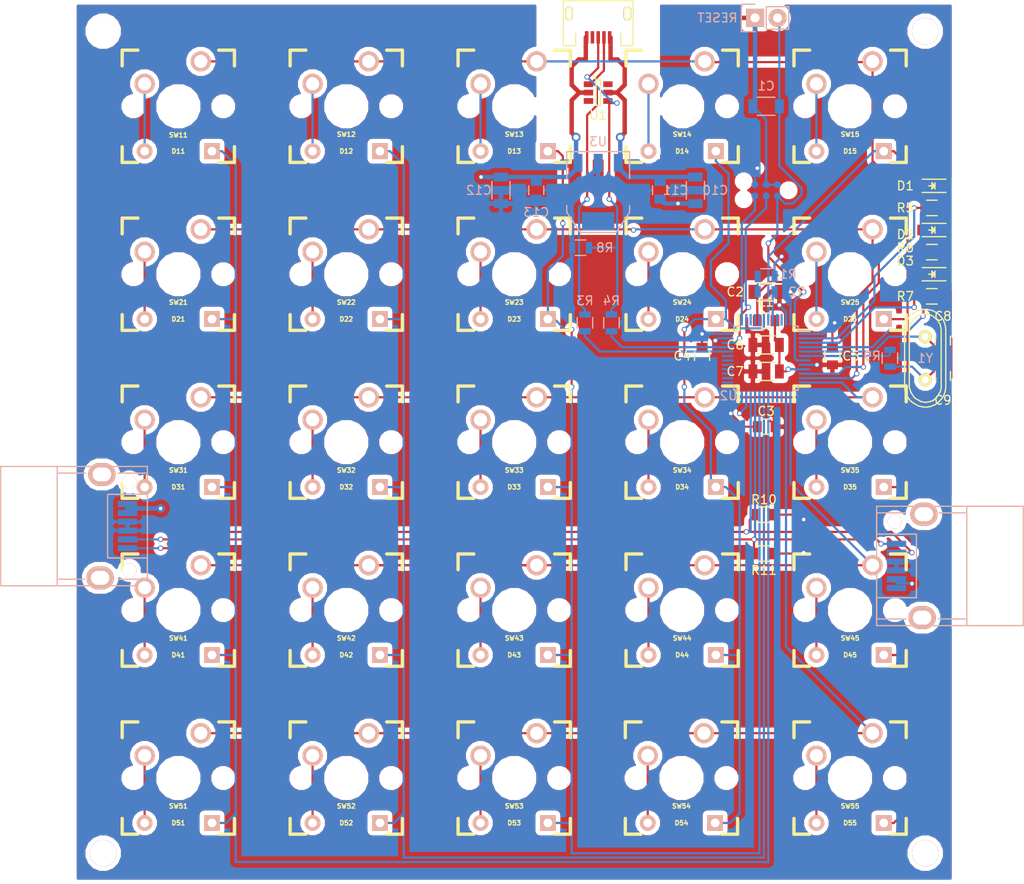
<source format=kicad_pcb>
(kicad_pcb (version 4) (host pcbnew "(2015-05-26 BZR 5684)-product")
  (layers (0 F.Cu signal) (31 B.Cu signal) (34 B.Paste user hide) (35 F.Paste user hide) (36 B.SilkS user) (37 F.SilkS user hide) (38 B.Mask user) (39 F.Mask user) (44 Edge.Cuts user))
  (net 0 "")
  (net 1 "Net-(C1-Pad1)")
  (net 2 GND)
  (net 3 +3V3)
  (net 4 "Net-(C6-Pad1)")
  (net 5 "Net-(C8-Pad2)")
  (net 6 "Net-(C9-Pad2)")
  (net 7 Vusb)
  (net 8 "Net-(D1-Pad2)")
  (net 9 "Net-(D2-Pad2)")
  (net 10 "Net-(D3-Pad2)")
  (net 11 COL1)
  (net 12 "Net-(D11-Pad2)")
  (net 13 COL2)
  (net 14 "Net-(D12-Pad2)")
  (net 15 COL3)
  (net 16 "Net-(D13-Pad2)")
  (net 17 COL4)
  (net 18 "Net-(D14-Pad2)")
  (net 19 COL5)
  (net 20 "Net-(D15-Pad2)")
  (net 21 "Net-(D21-Pad2)")
  (net 22 "Net-(D22-Pad2)")
  (net 23 "Net-(D23-Pad2)")
  (net 24 "Net-(D24-Pad2)")
  (net 25 "Net-(D25-Pad2)")
  (net 26 "Net-(D31-Pad2)")
  (net 27 "Net-(D32-Pad2)")
  (net 28 "Net-(D33-Pad2)")
  (net 29 "Net-(D34-Pad2)")
  (net 30 "Net-(D35-Pad2)")
  (net 31 "Net-(D41-Pad2)")
  (net 32 "Net-(D42-Pad2)")
  (net 33 "Net-(D43-Pad2)")
  (net 34 "Net-(D44-Pad2)")
  (net 35 "Net-(D45-Pad2)")
  (net 36 "Net-(D51-Pad2)")
  (net 37 "Net-(D52-Pad2)")
  (net 38 "Net-(D53-Pad2)")
  (net 39 "Net-(D54-Pad2)")
  (net 40 "Net-(D55-Pad2)")
  (net 41 "Net-(P1-Pad3)")
  (net 42 "Net-(P2-Pad2)")
  (net 43 "Net-(P2-Pad3)")
  (net 44 "Net-(R3-Pad1)")
  (net 45 "Net-(R4-Pad1)")
  (net 46 "Net-(R5-Pad2)")
  (net 47 "Net-(R6-Pad2)")
  (net 48 "Net-(R7-Pad2)")
  (net 49 "Net-(R9-Pad2)")
  (net 50 ROW1)
  (net 51 ROW2)
  (net 52 ROW3)
  (net 53 ROW4)
  (net 54 ROW5)
  (net 55 SCK)
  (net 56 MOSI)
  (net 57 MISO)
  (net 58 SCL)
  (net 59 SDA)
  (net 60 "Net-(R1-Pad1)")
  (net 61 "Net-(R1-Pad2)")
  (net 62 "Net-(P1-Pad5)")
  (module Mounting_Holes:MountingHole_3mm (layer F.Cu) (at 116.5 114.5)
    (fp_text reference REF** hide)
    (fp_text value MountingHole_3mm hide)
    (pad 1 thru_hole circle (at 0 0) (size 3 3) (drill 3) (layers))
  )
  (module Mounting_Holes:MountingHole_3mm (layer F.Cu) (at 23.5 114.5)
    (fp_text reference REF** hide)
    (fp_text value MountingHole_3mm hide)
    (pad 1 thru_hole circle (at 0 0) (size 3 3) (drill 3) (layers))
  )
  (module Mounting_Holes:MountingHole_3mm (layer F.Cu) (at 23.5 21.5)
    (fp_text reference REF** hide)
    (fp_text value MountingHole_3mm hide)
    (pad "" np_thru_hole circle (at 0 0) (size 3 3) (drill 3) (layers *.Cu *.Mask F.SilkS))
  )
  (module Capacitors_SMD:C_1206 (layer B.Cu) (at 98.5 30 180)
    (fp_text reference C1 (at 0 2.3 180) (layer B.SilkS) (effects (justify mirror)))
    (fp_text value 100n hide)
    (pad 1 smd rect (at -1.5 0 180) (size 1 1.6) (layers B.Cu B.Paste B.Mask) (net 1 "Net-(C1-Pad1)"))
    (pad 2 smd rect (at 1.5 0 180) (size 1 1.6) (layers B.Cu B.Paste B.Mask) (net 2 GND))
  )
  (module Capacitors_SMD:C_1206 (layer F.Cu) (at 98.5 51)
    (fp_text reference C2 (at -3.5 0) (layer F.SilkS))
    (fp_text value 10u hide)
    (pad 1 smd rect (at -1.5 0) (size 1 1.6) (layers F.Cu F.Paste F.Mask) (net 3 +3V3))
    (pad 2 smd rect (at 1.5 0) (size 1 1.6) (layers F.Cu F.Paste F.Mask) (net 2 GND))
  )
  (module Capacitors_SMD:C_0805 (layer F.Cu) (at 98.5 66.25)
    (fp_text reference C3 (at 0 -1.75) (layer F.SilkS))
    (fp_text value 100n hide)
    (pad 1 smd rect (at -1 0) (size 1 1.25) (layers F.Cu F.Paste F.Mask) (net 3 +3V3))
    (pad 2 smd rect (at 1 0) (size 1 1.25) (layers F.Cu F.Paste F.Mask) (net 2 GND))
  )
  (module Capacitors_SMD:C_0805 (layer F.Cu) (at 91.25 58.25 270)
    (fp_text reference C4 (at 0 2.25 360) (layer F.SilkS))
    (fp_text value 100n hide)
    (pad 1 smd rect (at -1 0 270) (size 1 1.25) (layers F.Cu F.Paste F.Mask) (net 3 +3V3))
    (pad 2 smd rect (at 1 0 270) (size 1 1.25) (layers F.Cu F.Paste F.Mask) (net 2 GND))
  )
  (module Capacitors_SMD:C_0805 (layer F.Cu) (at 106 58.25 270)
    (fp_text reference C5 (at 0 -2.1 360) (layer F.SilkS))
    (fp_text value 100n hide)
    (pad 1 smd rect (at -1 0 270) (size 1 1.25) (layers F.Cu F.Paste F.Mask) (net 3 +3V3))
    (pad 2 smd rect (at 1 0 270) (size 1 1.25) (layers F.Cu F.Paste F.Mask) (net 2 GND))
  )
  (module Capacitors_SMD:C_1206 (layer F.Cu) (at 98.5 57 180)
    (fp_text reference C6 (at 3.5 0 180) (layer F.SilkS))
    (fp_text value 1u hide)
    (pad 1 smd rect (at -1.5 0 180) (size 1 1.6) (layers F.Cu F.Paste F.Mask) (net 4 "Net-(C6-Pad1)"))
    (pad 2 smd rect (at 1.5 0 180) (size 1 1.6) (layers F.Cu F.Paste F.Mask) (net 2 GND))
  )
  (module Capacitors_SMD:C_1206 (layer F.Cu) (at 98.5 60 180)
    (fp_text reference C7 (at 3.5 0 180) (layer F.SilkS))
    (fp_text value 1n hide)
    (pad 1 smd rect (at -1.5 0 180) (size 1 1.6) (layers F.Cu F.Paste F.Mask) (net 4 "Net-(C6-Pad1)"))
    (pad 2 smd rect (at 1.5 0 180) (size 1 1.6) (layers F.Cu F.Paste F.Mask) (net 2 GND))
  )
  (module Capacitors_SMD:C_0805 (layer F.Cu) (at 118.5 56.5 270)
    (fp_text reference C8 (at -2.75 0 360) (layer F.SilkS))
    (fp_text value 20p hide)
    (pad 1 smd rect (at -1 0 270) (size 1 1.25) (layers F.Cu F.Paste F.Mask) (net 2 GND))
    (pad 2 smd rect (at 1 0 270) (size 1 1.25) (layers F.Cu F.Paste F.Mask) (net 5 "Net-(C8-Pad2)"))
  )
  (module Capacitors_SMD:C_0805 (layer F.Cu) (at 118.5 60.5 90)
    (fp_text reference C9 (at -2.75 0 180) (layer F.SilkS))
    (fp_text value 20p hide)
    (pad 1 smd rect (at -1 0 90) (size 1 1.25) (layers F.Cu F.Paste F.Mask) (net 2 GND))
    (pad 2 smd rect (at 1 0 90) (size 1 1.25) (layers F.Cu F.Paste F.Mask) (net 6 "Net-(C9-Pad2)"))
  )
  (module Capacitors_SMD:C_1206 (layer B.Cu) (at 90.5 39.5 270)
    (fp_text reference C10 (at 0 -2.25 360) (layer B.SilkS) (effects (justify mirror)))
    (fp_text value 1u hide)
    (pad 1 smd rect (at -1.5 0 270) (size 1 1.6) (layers B.Cu B.Paste B.Mask) (net 7 Vusb))
    (pad 2 smd rect (at 1.5 0 270) (size 1 1.6) (layers B.Cu B.Paste B.Mask) (net 2 GND))
  )
  (module Capacitors_SMD:C_0805 (layer B.Cu) (at 86.5 39.5 270)
    (fp_text reference C11 (at 0 -1.75 360) (layer B.SilkS) (effects (justify mirror)))
    (fp_text value 100n hide)
    (pad 1 smd rect (at -1 0 270) (size 1 1.25) (layers B.Cu B.Paste B.Mask) (net 7 Vusb))
    (pad 2 smd rect (at 1 0 270) (size 1 1.25) (layers B.Cu B.Paste B.Mask) (net 2 GND))
  )
  (module Capacitors_SMD:C_1206 (layer B.Cu) (at 68.5 39.5 90)
    (fp_text reference C12 (at 0 -2.5 360) (layer B.SilkS) (effects (justify mirror)))
    (fp_text value 10u hide)
    (pad 1 smd rect (at -1.5 0 90) (size 1 1.6) (layers B.Cu B.Paste B.Mask) (net 3 +3V3))
    (pad 2 smd rect (at 1.5 0 90) (size 1 1.6) (layers B.Cu B.Paste B.Mask) (net 2 GND))
  )
  (module Capacitors_SMD:C_0805 (layer B.Cu) (at 72.5 39.5 90)
    (fp_text reference C13 (at -2.5 0 180) (layer B.SilkS) (effects (justify mirror)))
    (fp_text value 100n hide)
    (pad 1 smd rect (at -1 0 90) (size 1 1.25) (layers B.Cu B.Paste B.Mask) (net 3 +3V3))
    (pad 2 smd rect (at 1 0 90) (size 1 1.25) (layers B.Cu B.Paste B.Mask) (net 2 GND))
  )
  (module LEDs:LED-0805 (layer F.Cu) (at 117.25 39 180)
    (fp_text reference D1 (at 3 0 180) (layer F.SilkS))
    (fp_text value Led_Small hide)
    (pad 2 smd rect (at 1.04902 0) (size 1.19888 1.19888) (layers F.Cu F.Paste F.Mask) (net 8 "Net-(D1-Pad2)"))
    (pad 1 smd rect (at -1.04902 0) (size 1.19888 1.19888) (layers F.Cu F.Paste F.Mask) (net 2 GND))
  )
  (module LEDs:LED-0805 (layer F.Cu) (at 117.25 44 180)
    (fp_text reference D2 (at 3 -0.5 180) (layer F.SilkS))
    (fp_text value Led_Small hide)
    (pad 2 smd rect (at 1.04902 0) (size 1.19888 1.19888) (layers F.Cu F.Paste F.Mask) (net 9 "Net-(D2-Pad2)"))
    (pad 1 smd rect (at -1.04902 0) (size 1.19888 1.19888) (layers F.Cu F.Paste F.Mask) (net 2 GND))
  )
  (module LEDs:LED-0805 (layer F.Cu) (at 117.25 49 180)
    (fp_text reference D3 (at 3 1.5 180) (layer F.SilkS))
    (fp_text value Led_Small hide)
    (pad 2 smd rect (at 1.04902 0) (size 1.19888 1.19888) (layers F.Cu F.Paste F.Mask) (net 10 "Net-(D3-Pad2)"))
    (pad 1 smd rect (at -1.04902 0) (size 1.19888 1.19888) (layers F.Cu F.Paste F.Mask) (net 2 GND))
  )
  (module Capacitors_SMD:C_0805 (layer F.Cu) (at 98.5 54.25)
    (fp_text reference L1 (at 0 -2.1) (layer F.SilkS))
    (fp_text value bead hide)
    (pad 1 smd rect (at -1 0) (size 1 1.25) (layers F.Cu F.Paste F.Mask) (net 3 +3V3))
    (pad 2 smd rect (at 1 0) (size 1 1.25) (layers F.Cu F.Paste F.Mask) (net 4 "Net-(C6-Pad1)"))
  )
  (module WD_Packages:TC2030-IDC-NL (layer B.Cu) (at 98.5 39.5 90)
    (fp_text reference P1 hide)
    (fp_text value JTAG_SWDP hide)
    (pad 1 smd circle (at -0.635 1.27 90) (size 0.787 0.787) (layers B.Cu B.Mask) (net 1 "Net-(C1-Pad1)"))
    (pad 2 smd circle (at 0.635 1.27 90) (size 0.787 0.787) (layers B.Cu B.Mask) (net 2 GND))
    (pad 3 smd circle (at -0.635 0 90) (size 0.787 0.787) (layers B.Cu B.Mask) (net 41 "Net-(P1-Pad3)"))
    (pad 4 smd circle (at 0.635 0 90) (size 0.787 0.787) (layers B.Cu B.Mask) (net 2 GND))
    (pad 5 smd circle (at -0.635 -1.27 90) (size 0.787 0.787) (layers B.Cu B.Mask) (net 62 "Net-(P1-Pad5)"))
    (pad 6 smd circle (at 0.635 -1.27 90) (size 0.787 0.787) (layers B.Cu B.Mask) (net 3 +3V3))
    (pad "" np_thru_hole circle (at 0 2.54 90) (size 0.991 0.991) (drill 0.991) (layers *.Cu *.Mask B.SilkS))
    (pad "" np_thru_hole circle (at -1.016 -2.54 90) (size 0.991 0.991) (drill 0.991) (layers *.Cu *.Mask B.SilkS))
    (pad "" np_thru_hole circle (at 1.016 -2.54 90) (size 0.991 0.991) (drill 0.991) (layers *.Cu *.Mask B.SilkS))
  )
  (module Resistors_SMD:R_0805 (layer B.Cu) (at 98.5 51 180)
    (fp_text reference R1 (at -2.5 2 180) (layer B.SilkS) (effects (justify mirror)))
    (fp_text value 10k hide)
    (pad 1 smd rect (at -0.95 0 180) (size 0.7 1.3) (layers B.Cu B.Paste B.Mask) (net 60 "Net-(R1-Pad1)"))
    (pad 2 smd rect (at 0.95 0 180) (size 0.7 1.3) (layers B.Cu B.Paste B.Mask) (net 61 "Net-(R1-Pad2)"))
  )
  (module Resistors_SMD:R_0805 (layer B.Cu) (at 98.5 49.25)
    (fp_text reference R2 (at 3.5 1.75) (layer B.SilkS) (effects (justify mirror)))
    (fp_text value 0 hide)
    (pad 1 smd rect (at -0.95 0) (size 0.7 1.3) (layers B.Cu B.Paste B.Mask) (net 61 "Net-(R1-Pad2)"))
    (pad 2 smd rect (at 0.95 0) (size 0.7 1.3) (layers B.Cu B.Paste B.Mask) (net 2 GND))
  )
  (module Resistors_SMD:R_0805 (layer B.Cu) (at 78 54.5 90)
    (fp_text reference R3 (at 2.5 0 180) (layer B.SilkS) (effects (justify mirror)))
    (fp_text value 22 hide)
    (pad 1 smd rect (at -0.95 0 90) (size 0.7 1.3) (layers B.Cu B.Paste B.Mask) (net 44 "Net-(R3-Pad1)"))
    (pad 2 smd rect (at 0.95 0 90) (size 0.7 1.3) (layers B.Cu B.Paste B.Mask) (net 42 "Net-(P2-Pad2)"))
  )
  (module Resistors_SMD:R_0805 (layer B.Cu) (at 81 54.5 90)
    (fp_text reference R4 (at 2.5 0 180) (layer B.SilkS) (effects (justify mirror)))
    (fp_text value 22 hide)
    (pad 1 smd rect (at -0.95 0 90) (size 0.7 1.3) (layers B.Cu B.Paste B.Mask) (net 45 "Net-(R4-Pad1)"))
    (pad 2 smd rect (at 0.95 0 90) (size 0.7 1.3) (layers B.Cu B.Paste B.Mask) (net 43 "Net-(P2-Pad3)"))
  )
  (module Resistors_SMD:R_0805 (layer F.Cu) (at 117.25 41.5 180)
    (fp_text reference R5 (at 3 0 180) (layer F.SilkS))
    (fp_text value 1k hide)
    (pad 1 smd rect (at -0.95 0 180) (size 0.7 1.3) (layers F.Cu F.Paste F.Mask) (net 8 "Net-(D1-Pad2)"))
    (pad 2 smd rect (at 0.95 0 180) (size 0.7 1.3) (layers F.Cu F.Paste F.Mask) (net 46 "Net-(R5-Pad2)"))
  )
  (module Resistors_SMD:R_0805 (layer F.Cu) (at 117.25 46.5 180)
    (fp_text reference R6 (at 3 0.5 180) (layer F.SilkS))
    (fp_text value 1k hide)
    (pad 1 smd rect (at -0.95 0 180) (size 0.7 1.3) (layers F.Cu F.Paste F.Mask) (net 9 "Net-(D2-Pad2)"))
    (pad 2 smd rect (at 0.95 0 180) (size 0.7 1.3) (layers F.Cu F.Paste F.Mask) (net 47 "Net-(R6-Pad2)"))
  )
  (module Resistors_SMD:R_0805 (layer F.Cu) (at 117.25 51.5 180)
    (fp_text reference R7 (at 3 0 180) (layer F.SilkS))
    (fp_text value 1k hide)
    (pad 1 smd rect (at -0.95 0 180) (size 0.7 1.3) (layers F.Cu F.Paste F.Mask) (net 10 "Net-(D3-Pad2)"))
    (pad 2 smd rect (at 0.95 0 180) (size 0.7 1.3) (layers F.Cu F.Paste F.Mask) (net 48 "Net-(R7-Pad2)"))
  )
  (module Resistors_SMD:R_0805 (layer B.Cu) (at 77.5 46 180)
    (fp_text reference R8 (at -2.75 0 180) (layer B.SilkS) (effects (justify mirror)))
    (fp_text value 1k5 hide)
    (pad 1 smd rect (at -0.95 0 180) (size 0.7 1.3) (layers B.Cu B.Paste B.Mask) (net 43 "Net-(P2-Pad3)"))
    (pad 2 smd rect (at 0.95 0 180) (size 0.7 1.3) (layers B.Cu B.Paste B.Mask) (net 3 +3V3))
  )
  (module Resistors_SMD:R_0805 (layer B.Cu) (at 112.5 58.5 90)
    (fp_text reference R9 (at 0.25 -2 180) (layer B.SilkS) (effects (justify mirror)))
    (fp_text value 33 hide)
    (pad 1 smd rect (at -0.95 0 90) (size 0.7 1.3) (layers B.Cu B.Paste B.Mask) (net 6 "Net-(C9-Pad2)"))
    (pad 2 smd rect (at 0.95 0 90) (size 0.7 1.3) (layers B.Cu B.Paste B.Mask) (net 49 "Net-(R9-Pad2)"))
  )
  (module WD_Packages:CHERRY_PCB_100H (layer F.Cu) (at 32 30)
    (fp_text reference SW11 (at 0 3.25) (layer F.SilkS) (effects (font (size 0.524 0.524) (thickness 0.131))))
    (fp_text value SW hide)
    (pad 1 thru_hole circle (at 2.54 -5.08) (size 2.286 2.286) (drill 1.4986) (layers *.Cu *.SilkS *.Mask) (net 50 ROW1))
    (pad 2 thru_hole circle (at -3.81 -2.54) (size 2.286 2.286) (drill 1.4986) (layers *.Cu *.SilkS *.Mask) (net 12 "Net-(D11-Pad2)"))
    (pad HOLE np_thru_hole circle (at 0 0) (size 3.9878 3.9878) (drill 3.9878) (layers *.Cu))
    (pad HOLE np_thru_hole circle (at -5.08 0) (size 1.7018 1.7018) (drill 1.7018) (layers *.Cu))
    (pad HOLE np_thru_hole circle (at 5.08 0) (size 1.7018 1.7018) (drill 1.7018) (layers *.Cu))
  )
  (module WD_Packages:CHERRY_PCB_100H (layer F.Cu) (at 51 30)
    (fp_text reference SW12 (at 0 3.175) (layer F.SilkS) (effects (font (size 0.524 0.524) (thickness 0.131))))
    (fp_text value SW hide)
    (pad 1 thru_hole circle (at 2.54 -5.08) (size 2.286 2.286) (drill 1.4986) (layers *.Cu *.SilkS *.Mask) (net 50 ROW1))
    (pad 2 thru_hole circle (at -3.81 -2.54) (size 2.286 2.286) (drill 1.4986) (layers *.Cu *.SilkS *.Mask) (net 14 "Net-(D12-Pad2)"))
    (pad HOLE np_thru_hole circle (at 0 0) (size 3.9878 3.9878) (drill 3.9878) (layers *.Cu))
    (pad HOLE np_thru_hole circle (at -5.08 0) (size 1.7018 1.7018) (drill 1.7018) (layers *.Cu))
    (pad HOLE np_thru_hole circle (at 5.08 0) (size 1.7018 1.7018) (drill 1.7018) (layers *.Cu))
  )
  (module WD_Packages:CHERRY_PCB_100H (layer F.Cu) (at 70 30)
    (fp_text reference SW13 (at 0 3.175) (layer F.SilkS) (effects (font (size 0.524 0.524) (thickness 0.131))))
    (fp_text value SW hide)
    (pad 1 thru_hole circle (at 2.54 -5.08) (size 2.286 2.286) (drill 1.4986) (layers *.Cu *.SilkS *.Mask) (net 50 ROW1))
    (pad 2 thru_hole circle (at -3.81 -2.54) (size 2.286 2.286) (drill 1.4986) (layers *.Cu *.SilkS *.Mask) (net 16 "Net-(D13-Pad2)"))
    (pad HOLE np_thru_hole circle (at 0 0) (size 3.9878 3.9878) (drill 3.9878) (layers *.Cu))
    (pad HOLE np_thru_hole circle (at -5.08 0) (size 1.7018 1.7018) (drill 1.7018) (layers *.Cu))
    (pad HOLE np_thru_hole circle (at 5.08 0) (size 1.7018 1.7018) (drill 1.7018) (layers *.Cu))
  )
  (module WD_Packages:CHERRY_PCB_100H (layer F.Cu) (at 89 30)
    (fp_text reference SW14 (at 0 3.175) (layer F.SilkS) (effects (font (size 0.524 0.524) (thickness 0.131))))
    (fp_text value SW hide)
    (pad 1 thru_hole circle (at 2.54 -5.08) (size 2.286 2.286) (drill 1.4986) (layers *.Cu *.SilkS *.Mask) (net 50 ROW1))
    (pad 2 thru_hole circle (at -3.81 -2.54) (size 2.286 2.286) (drill 1.4986) (layers *.Cu *.SilkS *.Mask) (net 18 "Net-(D14-Pad2)"))
    (pad HOLE np_thru_hole circle (at 0 0) (size 3.9878 3.9878) (drill 3.9878) (layers *.Cu))
    (pad HOLE np_thru_hole circle (at -5.08 0) (size 1.7018 1.7018) (drill 1.7018) (layers *.Cu))
    (pad HOLE np_thru_hole circle (at 5.08 0) (size 1.7018 1.7018) (drill 1.7018) (layers *.Cu))
  )
  (module WD_Packages:CHERRY_PCB_100H (layer F.Cu) (at 108 30)
    (fp_text reference SW15 (at 0 3.175) (layer F.SilkS) (effects (font (size 0.524 0.524) (thickness 0.131))))
    (fp_text value SW hide)
    (pad 1 thru_hole circle (at 2.54 -5.08) (size 2.286 2.286) (drill 1.4986) (layers *.Cu *.SilkS *.Mask) (net 50 ROW1))
    (pad 2 thru_hole circle (at -3.81 -2.54) (size 2.286 2.286) (drill 1.4986) (layers *.Cu *.SilkS *.Mask) (net 20 "Net-(D15-Pad2)"))
    (pad HOLE np_thru_hole circle (at 0 0) (size 3.9878 3.9878) (drill 3.9878) (layers *.Cu))
    (pad HOLE np_thru_hole circle (at -5.08 0) (size 1.7018 1.7018) (drill 1.7018) (layers *.Cu))
    (pad HOLE np_thru_hole circle (at 5.08 0) (size 1.7018 1.7018) (drill 1.7018) (layers *.Cu))
  )
  (module WD_Packages:CHERRY_PCB_100H (layer F.Cu) (at 32 49)
    (fp_text reference SW21 (at 0 3.175) (layer F.SilkS) (effects (font (size 0.524 0.524) (thickness 0.131))))
    (fp_text value SW hide)
    (pad 1 thru_hole circle (at 2.54 -5.08) (size 2.286 2.286) (drill 1.4986) (layers *.Cu *.SilkS *.Mask) (net 51 ROW2))
    (pad 2 thru_hole circle (at -3.81 -2.54) (size 2.286 2.286) (drill 1.4986) (layers *.Cu *.SilkS *.Mask) (net 21 "Net-(D21-Pad2)"))
    (pad HOLE np_thru_hole circle (at 0 0) (size 3.9878 3.9878) (drill 3.9878) (layers *.Cu))
    (pad HOLE np_thru_hole circle (at -5.08 0) (size 1.7018 1.7018) (drill 1.7018) (layers *.Cu))
    (pad HOLE np_thru_hole circle (at 5.08 0) (size 1.7018 1.7018) (drill 1.7018) (layers *.Cu))
  )
  (module WD_Packages:CHERRY_PCB_100H (layer F.Cu) (at 51 49)
    (fp_text reference SW22 (at 0 3.175) (layer F.SilkS) (effects (font (size 0.524 0.524) (thickness 0.131))))
    (fp_text value SW hide)
    (pad 1 thru_hole circle (at 2.54 -5.08) (size 2.286 2.286) (drill 1.4986) (layers *.Cu *.SilkS *.Mask) (net 51 ROW2))
    (pad 2 thru_hole circle (at -3.81 -2.54) (size 2.286 2.286) (drill 1.4986) (layers *.Cu *.SilkS *.Mask) (net 22 "Net-(D22-Pad2)"))
    (pad HOLE np_thru_hole circle (at 0 0) (size 3.9878 3.9878) (drill 3.9878) (layers *.Cu))
    (pad HOLE np_thru_hole circle (at -5.08 0) (size 1.7018 1.7018) (drill 1.7018) (layers *.Cu))
    (pad HOLE np_thru_hole circle (at 5.08 0) (size 1.7018 1.7018) (drill 1.7018) (layers *.Cu))
  )
  (module WD_Packages:CHERRY_PCB_100H (layer F.Cu) (at 70 49)
    (fp_text reference SW23 (at 0 3.175) (layer F.SilkS) (effects (font (size 0.524 0.524) (thickness 0.131))))
    (fp_text value SW hide)
    (pad 1 thru_hole circle (at 2.54 -5.08) (size 2.286 2.286) (drill 1.4986) (layers *.Cu *.SilkS *.Mask) (net 51 ROW2))
    (pad 2 thru_hole circle (at -3.81 -2.54) (size 2.286 2.286) (drill 1.4986) (layers *.Cu *.SilkS *.Mask) (net 23 "Net-(D23-Pad2)"))
    (pad HOLE np_thru_hole circle (at 0 0) (size 3.9878 3.9878) (drill 3.9878) (layers *.Cu))
    (pad HOLE np_thru_hole circle (at -5.08 0) (size 1.7018 1.7018) (drill 1.7018) (layers *.Cu))
    (pad HOLE np_thru_hole circle (at 5.08 0) (size 1.7018 1.7018) (drill 1.7018) (layers *.Cu))
  )
  (module WD_Packages:CHERRY_PCB_100H (layer F.Cu) (at 89 49)
    (fp_text reference SW24 (at 0 3.175) (layer F.SilkS) (effects (font (size 0.524 0.524) (thickness 0.131))))
    (fp_text value SW hide)
    (pad 1 thru_hole circle (at 2.54 -5.08) (size 2.286 2.286) (drill 1.4986) (layers *.Cu *.SilkS *.Mask) (net 51 ROW2))
    (pad 2 thru_hole circle (at -3.81 -2.54) (size 2.286 2.286) (drill 1.4986) (layers *.Cu *.SilkS *.Mask) (net 24 "Net-(D24-Pad2)"))
    (pad HOLE np_thru_hole circle (at 0 0) (size 3.9878 3.9878) (drill 3.9878) (layers *.Cu))
    (pad HOLE np_thru_hole circle (at -5.08 0) (size 1.7018 1.7018) (drill 1.7018) (layers *.Cu))
    (pad HOLE np_thru_hole circle (at 5.08 0) (size 1.7018 1.7018) (drill 1.7018) (layers *.Cu))
  )
  (module WD_Packages:CHERRY_PCB_100H (layer F.Cu) (at 108 49)
    (fp_text reference SW25 (at 0 3.175) (layer F.SilkS) (effects (font (size 0.524 0.524) (thickness 0.131))))
    (fp_text value SW hide)
    (pad 1 thru_hole circle (at 2.54 -5.08) (size 2.286 2.286) (drill 1.4986) (layers *.Cu *.SilkS *.Mask) (net 51 ROW2))
    (pad 2 thru_hole circle (at -3.81 -2.54) (size 2.286 2.286) (drill 1.4986) (layers *.Cu *.SilkS *.Mask) (net 25 "Net-(D25-Pad2)"))
    (pad HOLE np_thru_hole circle (at 0 0) (size 3.9878 3.9878) (drill 3.9878) (layers *.Cu))
    (pad HOLE np_thru_hole circle (at -5.08 0) (size 1.7018 1.7018) (drill 1.7018) (layers *.Cu))
    (pad HOLE np_thru_hole circle (at 5.08 0) (size 1.7018 1.7018) (drill 1.7018) (layers *.Cu))
  )
  (module WD_Packages:CHERRY_PCB_100H (layer F.Cu) (at 32 68)
    (fp_text reference SW31 (at 0 3.175) (layer F.SilkS) (effects (font (size 0.524 0.524) (thickness 0.131))))
    (fp_text value SW hide)
    (pad 1 thru_hole circle (at 2.54 -5.08) (size 2.286 2.286) (drill 1.4986) (layers *.Cu *.SilkS *.Mask) (net 52 ROW3))
    (pad 2 thru_hole circle (at -3.81 -2.54) (size 2.286 2.286) (drill 1.4986) (layers *.Cu *.SilkS *.Mask) (net 26 "Net-(D31-Pad2)"))
    (pad HOLE np_thru_hole circle (at 0 0) (size 3.9878 3.9878) (drill 3.9878) (layers *.Cu))
    (pad HOLE np_thru_hole circle (at -5.08 0) (size 1.7018 1.7018) (drill 1.7018) (layers *.Cu))
    (pad HOLE np_thru_hole circle (at 5.08 0) (size 1.7018 1.7018) (drill 1.7018) (layers *.Cu))
  )
  (module WD_Packages:CHERRY_PCB_100H (layer F.Cu) (at 51 68)
    (fp_text reference SW32 (at 0 3.175) (layer F.SilkS) (effects (font (size 0.524 0.524) (thickness 0.131))))
    (fp_text value SW hide)
    (pad 1 thru_hole circle (at 2.54 -5.08) (size 2.286 2.286) (drill 1.4986) (layers *.Cu *.SilkS *.Mask) (net 52 ROW3))
    (pad 2 thru_hole circle (at -3.81 -2.54) (size 2.286 2.286) (drill 1.4986) (layers *.Cu *.SilkS *.Mask) (net 27 "Net-(D32-Pad2)"))
    (pad HOLE np_thru_hole circle (at 0 0) (size 3.9878 3.9878) (drill 3.9878) (layers *.Cu))
    (pad HOLE np_thru_hole circle (at -5.08 0) (size 1.7018 1.7018) (drill 1.7018) (layers *.Cu))
    (pad HOLE np_thru_hole circle (at 5.08 0) (size 1.7018 1.7018) (drill 1.7018) (layers *.Cu))
  )
  (module WD_Packages:CHERRY_PCB_100H (layer F.Cu) (at 70 68)
    (fp_text reference SW33 (at 0 3.175) (layer F.SilkS) (effects (font (size 0.524 0.524) (thickness 0.131))))
    (fp_text value SW hide)
    (pad 1 thru_hole circle (at 2.54 -5.08) (size 2.286 2.286) (drill 1.4986) (layers *.Cu *.SilkS *.Mask) (net 52 ROW3))
    (pad 2 thru_hole circle (at -3.81 -2.54) (size 2.286 2.286) (drill 1.4986) (layers *.Cu *.SilkS *.Mask) (net 28 "Net-(D33-Pad2)"))
    (pad HOLE np_thru_hole circle (at 0 0) (size 3.9878 3.9878) (drill 3.9878) (layers *.Cu))
    (pad HOLE np_thru_hole circle (at -5.08 0) (size 1.7018 1.7018) (drill 1.7018) (layers *.Cu))
    (pad HOLE np_thru_hole circle (at 5.08 0) (size 1.7018 1.7018) (drill 1.7018) (layers *.Cu))
  )
  (module WD_Packages:CHERRY_PCB_100H (layer F.Cu) (at 89 68)
    (fp_text reference SW34 (at 0 3.175) (layer F.SilkS) (effects (font (size 0.524 0.524) (thickness 0.131))))
    (fp_text value SW hide)
    (pad 1 thru_hole circle (at 2.54 -5.08) (size 2.286 2.286) (drill 1.4986) (layers *.Cu *.SilkS *.Mask) (net 52 ROW3))
    (pad 2 thru_hole circle (at -3.81 -2.54) (size 2.286 2.286) (drill 1.4986) (layers *.Cu *.SilkS *.Mask) (net 29 "Net-(D34-Pad2)"))
    (pad HOLE np_thru_hole circle (at 0 0) (size 3.9878 3.9878) (drill 3.9878) (layers *.Cu))
    (pad HOLE np_thru_hole circle (at -5.08 0) (size 1.7018 1.7018) (drill 1.7018) (layers *.Cu))
    (pad HOLE np_thru_hole circle (at 5.08 0) (size 1.7018 1.7018) (drill 1.7018) (layers *.Cu))
  )
  (module WD_Packages:CHERRY_PCB_100H (layer F.Cu) (at 108 68)
    (fp_text reference SW35 (at 0 3.175) (layer F.SilkS) (effects (font (size 0.524 0.524) (thickness 0.131))))
    (fp_text value SW hide)
    (pad 1 thru_hole circle (at 2.54 -5.08) (size 2.286 2.286) (drill 1.4986) (layers *.Cu *.SilkS *.Mask) (net 52 ROW3))
    (pad 2 thru_hole circle (at -3.81 -2.54) (size 2.286 2.286) (drill 1.4986) (layers *.Cu *.SilkS *.Mask) (net 30 "Net-(D35-Pad2)"))
    (pad HOLE np_thru_hole circle (at 0 0) (size 3.9878 3.9878) (drill 3.9878) (layers *.Cu))
    (pad HOLE np_thru_hole circle (at -5.08 0) (size 1.7018 1.7018) (drill 1.7018) (layers *.Cu))
    (pad HOLE np_thru_hole circle (at 5.08 0) (size 1.7018 1.7018) (drill 1.7018) (layers *.Cu))
  )
  (module WD_Packages:CHERRY_PCB_100H (layer F.Cu) (at 32 87)
    (fp_text reference SW41 (at 0 3.175) (layer F.SilkS) (effects (font (size 0.524 0.524) (thickness 0.131))))
    (fp_text value SW hide)
    (pad 1 thru_hole circle (at 2.54 -5.08) (size 2.286 2.286) (drill 1.4986) (layers *.Cu *.SilkS *.Mask) (net 53 ROW4))
    (pad 2 thru_hole circle (at -3.81 -2.54) (size 2.286 2.286) (drill 1.4986) (layers *.Cu *.SilkS *.Mask) (net 31 "Net-(D41-Pad2)"))
    (pad HOLE np_thru_hole circle (at 0 0) (size 3.9878 3.9878) (drill 3.9878) (layers *.Cu))
    (pad HOLE np_thru_hole circle (at -5.08 0) (size 1.7018 1.7018) (drill 1.7018) (layers *.Cu))
    (pad HOLE np_thru_hole circle (at 5.08 0) (size 1.7018 1.7018) (drill 1.7018) (layers *.Cu))
  )
  (module WD_Packages:CHERRY_PCB_100H (layer F.Cu) (at 51 87)
    (fp_text reference SW42 (at 0 3.175) (layer F.SilkS) (effects (font (size 0.524 0.524) (thickness 0.131))))
    (fp_text value SW hide)
    (pad 1 thru_hole circle (at 2.54 -5.08) (size 2.286 2.286) (drill 1.4986) (layers *.Cu *.SilkS *.Mask) (net 53 ROW4))
    (pad 2 thru_hole circle (at -3.81 -2.54) (size 2.286 2.286) (drill 1.4986) (layers *.Cu *.SilkS *.Mask) (net 32 "Net-(D42-Pad2)"))
    (pad HOLE np_thru_hole circle (at 0 0) (size 3.9878 3.9878) (drill 3.9878) (layers *.Cu))
    (pad HOLE np_thru_hole circle (at -5.08 0) (size 1.7018 1.7018) (drill 1.7018) (layers *.Cu))
    (pad HOLE np_thru_hole circle (at 5.08 0) (size 1.7018 1.7018) (drill 1.7018) (layers *.Cu))
  )
  (module WD_Packages:CHERRY_PCB_100H (layer F.Cu) (at 70 87)
    (fp_text reference SW43 (at 0 3.175) (layer F.SilkS) (effects (font (size 0.524 0.524) (thickness 0.131))))
    (fp_text value SW hide)
    (pad 1 thru_hole circle (at 2.54 -5.08) (size 2.286 2.286) (drill 1.4986) (layers *.Cu *.SilkS *.Mask) (net 53 ROW4))
    (pad 2 thru_hole circle (at -3.81 -2.54) (size 2.286 2.286) (drill 1.4986) (layers *.Cu *.SilkS *.Mask) (net 33 "Net-(D43-Pad2)"))
    (pad HOLE np_thru_hole circle (at 0 0) (size 3.9878 3.9878) (drill 3.9878) (layers *.Cu))
    (pad HOLE np_thru_hole circle (at -5.08 0) (size 1.7018 1.7018) (drill 1.7018) (layers *.Cu))
    (pad HOLE np_thru_hole circle (at 5.08 0) (size 1.7018 1.7018) (drill 1.7018) (layers *.Cu))
  )
  (module WD_Packages:CHERRY_PCB_100H (layer F.Cu) (at 89 87)
    (fp_text reference SW44 (at 0 3.175) (layer F.SilkS) (effects (font (size 0.524 0.524) (thickness 0.131))))
    (fp_text value SW hide)
    (pad 1 thru_hole circle (at 2.54 -5.08) (size 2.286 2.286) (drill 1.4986) (layers *.Cu *.SilkS *.Mask) (net 53 ROW4))
    (pad 2 thru_hole circle (at -3.81 -2.54) (size 2.286 2.286) (drill 1.4986) (layers *.Cu *.SilkS *.Mask) (net 34 "Net-(D44-Pad2)"))
    (pad HOLE np_thru_hole circle (at 0 0) (size 3.9878 3.9878) (drill 3.9878) (layers *.Cu))
    (pad HOLE np_thru_hole circle (at -5.08 0) (size 1.7018 1.7018) (drill 1.7018) (layers *.Cu))
    (pad HOLE np_thru_hole circle (at 5.08 0) (size 1.7018 1.7018) (drill 1.7018) (layers *.Cu))
  )
  (module WD_Packages:CHERRY_PCB_100H (layer F.Cu) (at 108 87)
    (fp_text reference SW45 (at 0 3.175) (layer F.SilkS) (effects (font (size 0.524 0.524) (thickness 0.131))))
    (fp_text value SW hide)
    (pad 1 thru_hole circle (at 2.54 -5.08) (size 2.286 2.286) (drill 1.4986) (layers *.Cu *.SilkS *.Mask) (net 53 ROW4))
    (pad 2 thru_hole circle (at -3.81 -2.54) (size 2.286 2.286) (drill 1.4986) (layers *.Cu *.SilkS *.Mask) (net 35 "Net-(D45-Pad2)"))
    (pad HOLE np_thru_hole circle (at 0 0) (size 3.9878 3.9878) (drill 3.9878) (layers *.Cu))
    (pad HOLE np_thru_hole circle (at -5.08 0) (size 1.7018 1.7018) (drill 1.7018) (layers *.Cu))
    (pad HOLE np_thru_hole circle (at 5.08 0) (size 1.7018 1.7018) (drill 1.7018) (layers *.Cu))
  )
  (module WD_Packages:CHERRY_PCB_100H (layer F.Cu) (at 32 106)
    (fp_text reference SW51 (at 0 3.175) (layer F.SilkS) (effects (font (size 0.524 0.524) (thickness 0.131))))
    (fp_text value SW hide)
    (pad 1 thru_hole circle (at 2.54 -5.08) (size 2.286 2.286) (drill 1.4986) (layers *.Cu *.SilkS *.Mask) (net 54 ROW5))
    (pad 2 thru_hole circle (at -3.81 -2.54) (size 2.286 2.286) (drill 1.4986) (layers *.Cu *.SilkS *.Mask) (net 36 "Net-(D51-Pad2)"))
    (pad HOLE np_thru_hole circle (at 0 0) (size 3.9878 3.9878) (drill 3.9878) (layers *.Cu))
    (pad HOLE np_thru_hole circle (at -5.08 0) (size 1.7018 1.7018) (drill 1.7018) (layers *.Cu))
    (pad HOLE np_thru_hole circle (at 5.08 0) (size 1.7018 1.7018) (drill 1.7018) (layers *.Cu))
  )
  (module WD_Packages:CHERRY_PCB_100H (layer F.Cu) (at 51 106)
    (fp_text reference SW52 (at 0 3.175) (layer F.SilkS) (effects (font (size 0.524 0.524) (thickness 0.131))))
    (fp_text value SW hide)
    (pad 1 thru_hole circle (at 2.54 -5.08) (size 2.286 2.286) (drill 1.4986) (layers *.Cu *.SilkS *.Mask) (net 54 ROW5))
    (pad 2 thru_hole circle (at -3.81 -2.54) (size 2.286 2.286) (drill 1.4986) (layers *.Cu *.SilkS *.Mask) (net 37 "Net-(D52-Pad2)"))
    (pad HOLE np_thru_hole circle (at 0 0) (size 3.9878 3.9878) (drill 3.9878) (layers *.Cu))
    (pad HOLE np_thru_hole circle (at -5.08 0) (size 1.7018 1.7018) (drill 1.7018) (layers *.Cu))
    (pad HOLE np_thru_hole circle (at 5.08 0) (size 1.7018 1.7018) (drill 1.7018) (layers *.Cu))
  )
  (module WD_Packages:CHERRY_PCB_100H (layer F.Cu) (at 70 106)
    (fp_text reference SW53 (at 0 3.175) (layer F.SilkS) (effects (font (size 0.524 0.524) (thickness 0.131))))
    (fp_text value SW hide)
    (pad 1 thru_hole circle (at 2.54 -5.08) (size 2.286 2.286) (drill 1.4986) (layers *.Cu *.SilkS *.Mask) (net 54 ROW5))
    (pad 2 thru_hole circle (at -3.81 -2.54) (size 2.286 2.286) (drill 1.4986) (layers *.Cu *.SilkS *.Mask) (net 38 "Net-(D53-Pad2)"))
    (pad HOLE np_thru_hole circle (at 0 0) (size 3.9878 3.9878) (drill 3.9878) (layers *.Cu))
    (pad HOLE np_thru_hole circle (at -5.08 0) (size 1.7018 1.7018) (drill 1.7018) (layers *.Cu))
    (pad HOLE np_thru_hole circle (at 5.08 0) (size 1.7018 1.7018) (drill 1.7018) (layers *.Cu))
  )
  (module WD_Packages:CHERRY_PCB_100H (layer F.Cu) (at 88.92 106)
    (fp_text reference SW54 (at 0 3.175) (layer F.SilkS) (effects (font (size 0.524 0.524) (thickness 0.131))))
    (fp_text value SW hide)
    (pad 1 thru_hole circle (at 2.54 -5.08) (size 2.286 2.286) (drill 1.4986) (layers *.Cu *.SilkS *.Mask) (net 54 ROW5))
    (pad 2 thru_hole circle (at -3.81 -2.54) (size 2.286 2.286) (drill 1.4986) (layers *.Cu *.SilkS *.Mask) (net 39 "Net-(D54-Pad2)"))
    (pad HOLE np_thru_hole circle (at 0 0) (size 3.9878 3.9878) (drill 3.9878) (layers *.Cu))
    (pad HOLE np_thru_hole circle (at -5.08 0) (size 1.7018 1.7018) (drill 1.7018) (layers *.Cu))
    (pad HOLE np_thru_hole circle (at 5.08 0) (size 1.7018 1.7018) (drill 1.7018) (layers *.Cu))
  )
  (module WD_Packages:CHERRY_PCB_100H (layer F.Cu) (at 108 106)
    (fp_text reference SW55 (at 0 3.175) (layer F.SilkS) (effects (font (size 0.524 0.524) (thickness 0.131))))
    (fp_text value SW hide)
    (pad 1 thru_hole circle (at 2.54 -5.08) (size 2.286 2.286) (drill 1.4986) (layers *.Cu *.SilkS *.Mask) (net 54 ROW5))
    (pad 2 thru_hole circle (at -3.81 -2.54) (size 2.286 2.286) (drill 1.4986) (layers *.Cu *.SilkS *.Mask) (net 40 "Net-(D55-Pad2)"))
    (pad HOLE np_thru_hole circle (at 0 0) (size 3.9878 3.9878) (drill 3.9878) (layers *.Cu))
    (pad HOLE np_thru_hole circle (at -5.08 0) (size 1.7018 1.7018) (drill 1.7018) (layers *.Cu))
    (pad HOLE np_thru_hole circle (at 5.08 0) (size 1.7018 1.7018) (drill 1.7018) (layers *.Cu))
  )
  (module Housings_SOT-23_SOT-143_TSOT-6:SOT-23-6 (layer F.Cu) (at 79.5 28.45)
    (fp_text reference U1 (at 0 2.55) (layer F.SilkS))
    (fp_text value MAX3207E hide)
    (pad 1 smd rect (at -1.1 -0.95) (size 1.06 0.65) (layers F.Cu F.Paste F.Mask) (net 42 "Net-(P2-Pad2)"))
    (pad 2 smd rect (at -1.1 0) (size 1.06 0.65) (layers F.Cu F.Paste F.Mask) (net 2 GND))
    (pad 3 smd rect (at -1.1 0.95) (size 1.06 0.65) (layers F.Cu F.Paste F.Mask))
    (pad 4 smd rect (at 1.1 0.95) (size 1.06 0.65) (layers F.Cu F.Paste F.Mask) (net 43 "Net-(P2-Pad3)"))
    (pad 6 smd rect (at 1.1 -0.95) (size 1.06 0.65) (layers F.Cu F.Paste F.Mask))
    (pad 5 smd rect (at 1.1 0) (size 1.06 0.65) (layers F.Cu F.Paste F.Mask) (net 7 Vusb))
  )
  (module Housings_QFP:LQFP-48_7x7mm_Pitch0.5mm (layer B.Cu) (at 98.5 58.5 180)
    (fp_text reference U2 (at 4.25 -4.25 180) (layer B.SilkS) (effects (justify mirror)))
    (fp_text value STM32F103C8 hide)
    (pad 1 smd rect (at -4.35 2.75 180) (size 1.3 0.25) (layers B.Cu B.Paste B.Mask) (net 3 +3V3))
    (pad 2 smd rect (at -4.35 2.25 180) (size 1.3 0.25) (layers B.Cu B.Paste B.Mask) (net 46 "Net-(R5-Pad2)"))
    (pad 3 smd rect (at -4.35 1.75 180) (size 1.3 0.25) (layers B.Cu B.Paste B.Mask) (net 47 "Net-(R6-Pad2)"))
    (pad 4 smd rect (at -4.35 1.25 180) (size 1.3 0.25) (layers B.Cu B.Paste B.Mask) (net 48 "Net-(R7-Pad2)"))
    (pad 5 smd rect (at -4.35 0.75 180) (size 1.3 0.25) (layers B.Cu B.Paste B.Mask) (net 5 "Net-(C8-Pad2)"))
    (pad 6 smd rect (at -4.35 0.25 180) (size 1.3 0.25) (layers B.Cu B.Paste B.Mask) (net 49 "Net-(R9-Pad2)"))
    (pad 7 smd rect (at -4.35 -0.25 180) (size 1.3 0.25) (layers B.Cu B.Paste B.Mask) (net 1 "Net-(C1-Pad1)"))
    (pad 8 smd rect (at -4.35 -0.75 180) (size 1.3 0.25) (layers B.Cu B.Paste B.Mask) (net 2 GND))
    (pad 9 smd rect (at -4.35 -1.25 180) (size 1.3 0.25) (layers B.Cu B.Paste B.Mask) (net 4 "Net-(C6-Pad1)"))
    (pad 10 smd rect (at -4.35 -1.75 180) (size 1.3 0.25) (layers B.Cu B.Paste B.Mask) (net 50 ROW1))
    (pad 11 smd rect (at -4.35 -2.25 180) (size 1.3 0.25) (layers B.Cu B.Paste B.Mask) (net 51 ROW2))
    (pad 12 smd rect (at -4.35 -2.75 180) (size 1.3 0.25) (layers B.Cu B.Paste B.Mask) (net 52 ROW3))
    (pad 13 smd rect (at -2.75 -4.35 90) (size 1.3 0.25) (layers B.Cu B.Paste B.Mask) (net 53 ROW4))
    (pad 14 smd rect (at -2.25 -4.35 90) (size 1.3 0.25) (layers B.Cu B.Paste B.Mask) (net 54 ROW5))
    (pad 15 smd rect (at -1.75 -4.35 90) (size 1.3 0.25) (layers B.Cu B.Paste B.Mask) (net 55 SCK))
    (pad 16 smd rect (at -1.25 -4.35 90) (size 1.3 0.25) (layers B.Cu B.Paste B.Mask) (net 56 MOSI))
    (pad 17 smd rect (at -0.75 -4.35 90) (size 1.3 0.25) (layers B.Cu B.Paste B.Mask) (net 57 MISO))
    (pad 18 smd rect (at -0.25 -4.35 90) (size 1.3 0.25) (layers B.Cu B.Paste B.Mask) (net 11 COL1))
    (pad 19 smd rect (at 0.25 -4.35 90) (size 1.3 0.25) (layers B.Cu B.Paste B.Mask) (net 13 COL2))
    (pad 20 smd rect (at 0.75 -4.35 90) (size 1.3 0.25) (layers B.Cu B.Paste B.Mask) (net 15 COL3))
    (pad 21 smd rect (at 1.25 -4.35 90) (size 1.3 0.25) (layers B.Cu B.Paste B.Mask) (net 58 SCL))
    (pad 22 smd rect (at 1.75 -4.35 90) (size 1.3 0.25) (layers B.Cu B.Paste B.Mask) (net 59 SDA))
    (pad 23 smd rect (at 2.25 -4.35 90) (size 1.3 0.25) (layers B.Cu B.Paste B.Mask) (net 2 GND))
    (pad 24 smd rect (at 2.75 -4.35 90) (size 1.3 0.25) (layers B.Cu B.Paste B.Mask) (net 3 +3V3))
    (pad 25 smd rect (at 4.35 -2.75 180) (size 1.3 0.25) (layers B.Cu B.Paste B.Mask))
    (pad 26 smd rect (at 4.35 -2.25 180) (size 1.3 0.25) (layers B.Cu B.Paste B.Mask))
    (pad 27 smd rect (at 4.35 -1.75 180) (size 1.3 0.25) (layers B.Cu B.Paste B.Mask))
    (pad 28 smd rect (at 4.35 -1.25 180) (size 1.3 0.25) (layers B.Cu B.Paste B.Mask))
    (pad 29 smd rect (at 4.35 -0.75 180) (size 1.3 0.25) (layers B.Cu B.Paste B.Mask))
    (pad 30 smd rect (at 4.35 -0.25 180) (size 1.3 0.25) (layers B.Cu B.Paste B.Mask))
    (pad 31 smd rect (at 4.35 0.25 180) (size 1.3 0.25) (layers B.Cu B.Paste B.Mask))
    (pad 32 smd rect (at 4.35 0.75 180) (size 1.3 0.25) (layers B.Cu B.Paste B.Mask) (net 44 "Net-(R3-Pad1)"))
    (pad 33 smd rect (at 4.35 1.25 180) (size 1.3 0.25) (layers B.Cu B.Paste B.Mask) (net 45 "Net-(R4-Pad1)"))
    (pad 34 smd rect (at 4.35 1.75 180) (size 1.3 0.25) (layers B.Cu B.Paste B.Mask) (net 41 "Net-(P1-Pad3)"))
    (pad 35 smd rect (at 4.35 2.25 180) (size 1.3 0.25) (layers B.Cu B.Paste B.Mask) (net 2 GND))
    (pad 36 smd rect (at 4.35 2.75 180) (size 1.3 0.25) (layers B.Cu B.Paste B.Mask) (net 3 +3V3))
    (pad 37 smd rect (at 2.75 4.35 90) (size 1.3 0.25) (layers B.Cu B.Paste B.Mask) (net 62 "Net-(P1-Pad5)"))
    (pad 38 smd rect (at 2.25 4.35 90) (size 1.3 0.25) (layers B.Cu B.Paste B.Mask))
    (pad 39 smd rect (at 1.75 4.35 90) (size 1.3 0.25) (layers B.Cu B.Paste B.Mask))
    (pad 40 smd rect (at 1.25 4.35 90) (size 1.3 0.25) (layers B.Cu B.Paste B.Mask))
    (pad 41 smd rect (at 0.75 4.35 90) (size 1.3 0.25) (layers B.Cu B.Paste B.Mask))
    (pad 42 smd rect (at 0.25 4.35 90) (size 1.3 0.25) (layers B.Cu B.Paste B.Mask) (net 17 COL4))
    (pad 43 smd rect (at -0.25 4.35 90) (size 1.3 0.25) (layers B.Cu B.Paste B.Mask) (net 19 COL5))
    (pad 44 smd rect (at -0.75 4.35 90) (size 1.3 0.25) (layers B.Cu B.Paste B.Mask) (net 60 "Net-(R1-Pad1)"))
    (pad 45 smd rect (at -1.25 4.35 90) (size 1.3 0.25) (layers B.Cu B.Paste B.Mask))
    (pad 46 smd rect (at -1.75 4.35 90) (size 1.3 0.25) (layers B.Cu B.Paste B.Mask))
    (pad 47 smd rect (at -2.25 4.35 90) (size 1.3 0.25) (layers B.Cu B.Paste B.Mask) (net 2 GND))
    (pad 48 smd rect (at -2.75 4.35 90) (size 1.3 0.25) (layers B.Cu B.Paste B.Mask) (net 3 +3V3))
  )
  (module TO_SOT_Packages:SOT-223 (layer B.Cu) (at 79.5 39.698)
    (fp_text reference U3 (at 0 -5.698) (layer B.SilkS) (effects (justify mirror)))
    (fp_text value LD1117S33CTR hide)
    (pad 4 smd rect (at 0 3.302) (size 3.6576 2.032) (layers B.Cu B.Paste B.Mask))
    (pad 2 smd rect (at 0 -3.302) (size 1.016 2.032) (layers B.Cu B.Paste B.Mask) (net 3 +3V3))
    (pad 3 smd rect (at 2.286 -3.302) (size 1.016 2.032) (layers B.Cu B.Paste B.Mask) (net 7 Vusb))
    (pad 1 smd rect (at -2.286 -3.302) (size 1.016 2.032) (layers B.Cu B.Paste B.Mask) (net 2 GND))
  )
  (module Pin_Headers:Pin_Header_Straight_1x02 (layer B.Cu) (at 97.25 20 270)
    (fp_text reference RESET (at 0 4.25 360) (layer B.SilkS) (effects (justify mirror)))
    (fp_text value SW hide)
    (pad 1 thru_hole rect (at 0 0 270) (size 2.032 2.032) (drill 1.016) (layers *.Cu *.Mask B.SilkS) (net 2 GND))
    (pad 2 thru_hole oval (at 0 -2.54 270) (size 2.032 2.032) (drill 1.016) (layers *.Cu *.Mask B.SilkS) (net 1 "Net-(C1-Pad1)"))
  )
  (module Crystals:Crystal_HC49-U_Vertical (layer F.Cu) (at 116.5 58.5 270)
    (fp_text reference Y1 (at 0 0 360) (layer B.SilkS) (effects (justify mirror)))
    (fp_text value 16M hide)
    (pad 1 thru_hole circle (at -2.44094 0 270) (size 1.50114 1.50114) (drill 0.8001) (layers *.Cu *.Mask F.SilkS) (net 5 "Net-(C8-Pad2)"))
    (pad 2 thru_hole circle (at 2.44094 0 270) (size 1.50114 1.50114) (drill 0.8001) (layers *.Cu *.Mask F.SilkS) (net 6 "Net-(C9-Pad2)"))
  )
  (module WD_Packages:CHERRY_MX_DIODE (layer F.Cu) (at 108 106)
    (fp_text reference D55 (at 0 5.08) (layer F.SilkS) (effects (font (size 0.524 0.524) (thickness 0.131))))
    (fp_text value 1N4148 hide)
    (pad 2 thru_hole circle (at -3.81 5.08) (size 1.778 1.778) (drill 0.9906) (layers *.Cu *.SilkS *.Mask) (net 40 "Net-(D55-Pad2)"))
    (pad 1 thru_hole rect (at 3.81 5.08) (size 1.778 1.778) (drill 0.9906) (layers *.Cu *.SilkS *.Mask) (net 19 COL5))
  )
  (module WD_Packages:CHERRY_MX_DIODE (layer F.Cu) (at 88.92 106)
    (fp_text reference D54 (at 0 5.08) (layer F.SilkS) (effects (font (size 0.524 0.524) (thickness 0.131))))
    (fp_text value 1N4148 hide)
    (pad 2 thru_hole circle (at -3.81 5.08) (size 1.778 1.778) (drill 0.9906) (layers *.Cu *.SilkS *.Mask) (net 39 "Net-(D54-Pad2)"))
    (pad 1 thru_hole rect (at 3.81 5.08) (size 1.778 1.778) (drill 0.9906) (layers *.Cu *.SilkS *.Mask) (net 17 COL4))
  )
  (module WD_Packages:CHERRY_MX_DIODE (layer F.Cu) (at 70 106)
    (fp_text reference D53 (at 0 5.08) (layer F.SilkS) (effects (font (size 0.524 0.524) (thickness 0.131))))
    (fp_text value 1N4148 hide)
    (pad 2 thru_hole circle (at -3.81 5.08) (size 1.778 1.778) (drill 0.9906) (layers *.Cu *.SilkS *.Mask) (net 38 "Net-(D53-Pad2)"))
    (pad 1 thru_hole rect (at 3.81 5.08) (size 1.778 1.778) (drill 0.9906) (layers *.Cu *.SilkS *.Mask) (net 15 COL3))
  )
  (module WD_Packages:CHERRY_MX_DIODE (layer F.Cu) (at 51 106)
    (fp_text reference D52 (at 0 5.08) (layer F.SilkS) (effects (font (size 0.524 0.524) (thickness 0.131))))
    (fp_text value 1N4148 hide)
    (pad 2 thru_hole circle (at -3.81 5.08) (size 1.778 1.778) (drill 0.9906) (layers *.Cu *.SilkS *.Mask) (net 37 "Net-(D52-Pad2)"))
    (pad 1 thru_hole rect (at 3.81 5.08) (size 1.778 1.778) (drill 0.9906) (layers *.Cu *.SilkS *.Mask) (net 13 COL2))
  )
  (module WD_Packages:CHERRY_MX_DIODE (layer F.Cu) (at 32 106)
    (fp_text reference D51 (at 0 5.08) (layer F.SilkS) (effects (font (size 0.524 0.524) (thickness 0.131))))
    (fp_text value 1N4148 hide)
    (pad 2 thru_hole circle (at -3.81 5.08) (size 1.778 1.778) (drill 0.9906) (layers *.Cu *.SilkS *.Mask) (net 36 "Net-(D51-Pad2)"))
    (pad 1 thru_hole rect (at 3.81 5.08) (size 1.778 1.778) (drill 0.9906) (layers *.Cu *.SilkS *.Mask) (net 11 COL1))
  )
  (module WD_Packages:CHERRY_MX_DIODE (layer F.Cu) (at 108 87)
    (fp_text reference D45 (at 0 5.08) (layer F.SilkS) (effects (font (size 0.524 0.524) (thickness 0.131))))
    (fp_text value 1N4148 hide)
    (pad 2 thru_hole circle (at -3.81 5.08) (size 1.778 1.778) (drill 0.9906) (layers *.Cu *.SilkS *.Mask) (net 35 "Net-(D45-Pad2)"))
    (pad 1 thru_hole rect (at 3.81 5.08) (size 1.778 1.778) (drill 0.9906) (layers *.Cu *.SilkS *.Mask) (net 19 COL5))
  )
  (module WD_Packages:CHERRY_MX_DIODE (layer F.Cu) (at 89 87)
    (fp_text reference D44 (at 0 5.08) (layer F.SilkS) (effects (font (size 0.524 0.524) (thickness 0.131))))
    (fp_text value 1N4148 hide)
    (pad 2 thru_hole circle (at -3.81 5.08) (size 1.778 1.778) (drill 0.9906) (layers *.Cu *.SilkS *.Mask) (net 34 "Net-(D44-Pad2)"))
    (pad 1 thru_hole rect (at 3.81 5.08) (size 1.778 1.778) (drill 0.9906) (layers *.Cu *.SilkS *.Mask) (net 17 COL4))
  )
  (module WD_Packages:CHERRY_MX_DIODE (layer F.Cu) (at 70 87)
    (fp_text reference D43 (at 0 5.08) (layer F.SilkS) (effects (font (size 0.524 0.524) (thickness 0.131))))
    (fp_text value 1N4148 hide)
    (pad 2 thru_hole circle (at -3.81 5.08) (size 1.778 1.778) (drill 0.9906) (layers *.Cu *.SilkS *.Mask) (net 33 "Net-(D43-Pad2)"))
    (pad 1 thru_hole rect (at 3.81 5.08) (size 1.778 1.778) (drill 0.9906) (layers *.Cu *.SilkS *.Mask) (net 15 COL3))
  )
  (module WD_Packages:CHERRY_MX_DIODE (layer F.Cu) (at 51 87)
    (fp_text reference D42 (at 0 5.08) (layer F.SilkS) (effects (font (size 0.524 0.524) (thickness 0.131))))
    (fp_text value 1N4148 hide)
    (pad 2 thru_hole circle (at -3.81 5.08) (size 1.778 1.778) (drill 0.9906) (layers *.Cu *.SilkS *.Mask) (net 32 "Net-(D42-Pad2)"))
    (pad 1 thru_hole rect (at 3.81 5.08) (size 1.778 1.778) (drill 0.9906) (layers *.Cu *.SilkS *.Mask) (net 13 COL2))
  )
  (module WD_Packages:CHERRY_MX_DIODE (layer F.Cu) (at 32 87)
    (fp_text reference D41 (at 0 5.08) (layer F.SilkS) (effects (font (size 0.524 0.524) (thickness 0.131))))
    (fp_text value 1N4148 hide)
    (pad 2 thru_hole circle (at -3.81 5.08) (size 1.778 1.778) (drill 0.9906) (layers *.Cu *.SilkS *.Mask) (net 31 "Net-(D41-Pad2)"))
    (pad 1 thru_hole rect (at 3.81 5.08) (size 1.778 1.778) (drill 0.9906) (layers *.Cu *.SilkS *.Mask) (net 11 COL1))
  )
  (module WD_Packages:CHERRY_MX_DIODE (layer F.Cu) (at 108 68)
    (fp_text reference D35 (at 0 5.08) (layer F.SilkS) (effects (font (size 0.524 0.524) (thickness 0.131))))
    (fp_text value 1N4148 hide)
    (pad 2 thru_hole circle (at -3.81 5.08) (size 1.778 1.778) (drill 0.9906) (layers *.Cu *.SilkS *.Mask) (net 30 "Net-(D35-Pad2)"))
    (pad 1 thru_hole rect (at 3.81 5.08) (size 1.778 1.778) (drill 0.9906) (layers *.Cu *.SilkS *.Mask) (net 19 COL5))
  )
  (module WD_Packages:CHERRY_MX_DIODE (layer F.Cu) (at 89 68)
    (fp_text reference D34 (at 0 5.08) (layer F.SilkS) (effects (font (size 0.524 0.524) (thickness 0.131))))
    (fp_text value 1N4148 hide)
    (pad 2 thru_hole circle (at -3.81 5.08) (size 1.778 1.778) (drill 0.9906) (layers *.Cu *.SilkS *.Mask) (net 29 "Net-(D34-Pad2)"))
    (pad 1 thru_hole rect (at 3.81 5.08) (size 1.778 1.778) (drill 0.9906) (layers *.Cu *.SilkS *.Mask) (net 17 COL4))
  )
  (module WD_Packages:CHERRY_MX_DIODE (layer F.Cu) (at 70 68)
    (fp_text reference D33 (at 0 5.08) (layer F.SilkS) (effects (font (size 0.524 0.524) (thickness 0.131))))
    (fp_text value 1N4148 hide)
    (pad 2 thru_hole circle (at -3.81 5.08) (size 1.778 1.778) (drill 0.9906) (layers *.Cu *.SilkS *.Mask) (net 28 "Net-(D33-Pad2)"))
    (pad 1 thru_hole rect (at 3.81 5.08) (size 1.778 1.778) (drill 0.9906) (layers *.Cu *.SilkS *.Mask) (net 15 COL3))
  )
  (module WD_Packages:CHERRY_MX_DIODE (layer F.Cu) (at 51 68)
    (fp_text reference D32 (at 0 5.08) (layer F.SilkS) (effects (font (size 0.524 0.524) (thickness 0.131))))
    (fp_text value 1N4148 hide)
    (pad 2 thru_hole circle (at -3.81 5.08) (size 1.778 1.778) (drill 0.9906) (layers *.Cu *.SilkS *.Mask) (net 27 "Net-(D32-Pad2)"))
    (pad 1 thru_hole rect (at 3.81 5.08) (size 1.778 1.778) (drill 0.9906) (layers *.Cu *.SilkS *.Mask) (net 13 COL2))
  )
  (module WD_Packages:CHERRY_MX_DIODE (layer F.Cu) (at 32 68)
    (fp_text reference D31 (at 0 5.08) (layer F.SilkS) (effects (font (size 0.524 0.524) (thickness 0.131))))
    (fp_text value 1N4148 hide)
    (pad 2 thru_hole circle (at -3.81 5.08) (size 1.778 1.778) (drill 0.9906) (layers *.Cu *.SilkS *.Mask) (net 26 "Net-(D31-Pad2)"))
    (pad 1 thru_hole rect (at 3.81 5.08) (size 1.778 1.778) (drill 0.9906) (layers *.Cu *.SilkS *.Mask) (net 11 COL1))
  )
  (module WD_Packages:CHERRY_MX_DIODE (layer F.Cu) (at 108 49)
    (fp_text reference D25 (at 0 5.08) (layer F.SilkS) (effects (font (size 0.524 0.524) (thickness 0.131))))
    (fp_text value 1N4148 hide)
    (pad 2 thru_hole circle (at -3.81 5.08) (size 1.778 1.778) (drill 0.9906) (layers *.Cu *.SilkS *.Mask) (net 25 "Net-(D25-Pad2)"))
    (pad 1 thru_hole rect (at 3.81 5.08) (size 1.778 1.778) (drill 0.9906) (layers *.Cu *.SilkS *.Mask) (net 19 COL5))
  )
  (module WD_Packages:CHERRY_MX_DIODE (layer F.Cu) (at 89 49)
    (fp_text reference D24 (at 0 5.08) (layer F.SilkS) (effects (font (size 0.524 0.524) (thickness 0.131))))
    (fp_text value 1N4148 hide)
    (pad 2 thru_hole circle (at -3.81 5.08) (size 1.778 1.778) (drill 0.9906) (layers *.Cu *.SilkS *.Mask) (net 24 "Net-(D24-Pad2)"))
    (pad 1 thru_hole rect (at 3.81 5.08) (size 1.778 1.778) (drill 0.9906) (layers *.Cu *.SilkS *.Mask) (net 17 COL4))
  )
  (module WD_Packages:CHERRY_MX_DIODE (layer F.Cu) (at 70 49)
    (fp_text reference D23 (at 0 5.08) (layer F.SilkS) (effects (font (size 0.524 0.524) (thickness 0.131))))
    (fp_text value 1N4148 hide)
    (pad 2 thru_hole circle (at -3.81 5.08) (size 1.778 1.778) (drill 0.9906) (layers *.Cu *.SilkS *.Mask) (net 23 "Net-(D23-Pad2)"))
    (pad 1 thru_hole rect (at 3.81 5.08) (size 1.778 1.778) (drill 0.9906) (layers *.Cu *.SilkS *.Mask) (net 15 COL3))
  )
  (module WD_Packages:CHERRY_MX_DIODE (layer F.Cu) (at 51 49)
    (fp_text reference D22 (at 0 5.08) (layer F.SilkS) (effects (font (size 0.524 0.524) (thickness 0.131))))
    (fp_text value 1N4148 hide)
    (pad 2 thru_hole circle (at -3.81 5.08) (size 1.778 1.778) (drill 0.9906) (layers *.Cu *.SilkS *.Mask) (net 22 "Net-(D22-Pad2)"))
    (pad 1 thru_hole rect (at 3.81 5.08) (size 1.778 1.778) (drill 0.9906) (layers *.Cu *.SilkS *.Mask) (net 13 COL2))
  )
  (module WD_Packages:CHERRY_MX_DIODE (layer F.Cu) (at 32 49)
    (fp_text reference D21 (at 0 5.08) (layer F.SilkS) (effects (font (size 0.524 0.524) (thickness 0.131))))
    (fp_text value 1N4148 hide)
    (pad 2 thru_hole circle (at -3.81 5.08) (size 1.778 1.778) (drill 0.9906) (layers *.Cu *.SilkS *.Mask) (net 21 "Net-(D21-Pad2)"))
    (pad 1 thru_hole rect (at 3.81 5.08) (size 1.778 1.778) (drill 0.9906) (layers *.Cu *.SilkS *.Mask) (net 11 COL1))
  )
  (module WD_Packages:CHERRY_MX_DIODE (layer F.Cu) (at 108 30)
    (fp_text reference D15 (at 0 5.08) (layer F.SilkS) (effects (font (size 0.524 0.524) (thickness 0.131))))
    (fp_text value 1N4148 hide)
    (pad 2 thru_hole circle (at -3.81 5.08) (size 1.778 1.778) (drill 0.9906) (layers *.Cu *.SilkS *.Mask) (net 20 "Net-(D15-Pad2)"))
    (pad 1 thru_hole rect (at 3.81 5.08) (size 1.778 1.778) (drill 0.9906) (layers *.Cu *.SilkS *.Mask) (net 19 COL5))
  )
  (module WD_Packages:CHERRY_MX_DIODE (layer F.Cu) (at 89 30)
    (fp_text reference D14 (at 0 5.08) (layer F.SilkS) (effects (font (size 0.524 0.524) (thickness 0.131))))
    (fp_text value 1N4148 hide)
    (pad 2 thru_hole circle (at -3.81 5.08) (size 1.778 1.778) (drill 0.9906) (layers *.Cu *.SilkS *.Mask) (net 18 "Net-(D14-Pad2)"))
    (pad 1 thru_hole rect (at 3.81 5.08) (size 1.778 1.778) (drill 0.9906) (layers *.Cu *.SilkS *.Mask) (net 17 COL4))
  )
  (module WD_Packages:CHERRY_MX_DIODE (layer F.Cu) (at 70 30)
    (fp_text reference D13 (at 0 5.08) (layer F.SilkS) (effects (font (size 0.524 0.524) (thickness 0.131))))
    (fp_text value 1N4148 hide)
    (pad 2 thru_hole circle (at -3.81 5.08) (size 1.778 1.778) (drill 0.9906) (layers *.Cu *.SilkS *.Mask) (net 16 "Net-(D13-Pad2)"))
    (pad 1 thru_hole rect (at 3.81 5.08) (size 1.778 1.778) (drill 0.9906) (layers *.Cu *.SilkS *.Mask) (net 15 COL3))
  )
  (module WD_Packages:CHERRY_MX_DIODE (layer F.Cu) (at 51 30)
    (fp_text reference D12 (at 0 5.08) (layer F.SilkS) (effects (font (size 0.524 0.524) (thickness 0.131))))
    (fp_text value 1N4148 hide)
    (pad 2 thru_hole circle (at -3.81 5.08) (size 1.778 1.778) (drill 0.9906) (layers *.Cu *.SilkS *.Mask) (net 14 "Net-(D12-Pad2)"))
    (pad 1 thru_hole rect (at 3.81 5.08) (size 1.778 1.778) (drill 0.9906) (layers *.Cu *.SilkS *.Mask) (net 13 COL2))
  )
  (module WD_Packages:CHERRY_MX_DIODE (layer F.Cu) (at 32 30)
    (fp_text reference D11 (at 0 5.08) (layer F.SilkS) (effects (font (size 0.524 0.524) (thickness 0.131))))
    (fp_text value 1N4148 hide)
    (pad 2 thru_hole circle (at -3.81 5.08) (size 1.778 1.778) (drill 0.9906) (layers *.Cu *.SilkS *.Mask) (net 12 "Net-(D11-Pad2)"))
    (pad 1 thru_hole rect (at 3.81 5.08) (size 1.778 1.778) (drill 0.9906) (layers *.Cu *.SilkS *.Mask) (net 11 COL1))
  )
  (module WD_Packages:Harwin-M702-230642 (layer B.Cu) (at 117.7 82 270)
    (fp_text reference P5 hide)
    (fp_text value I2CI)
    (pad "" thru_hole circle (at 5.85 1.8 270) (size 2.6 2.6) (drill 1.6) (layers *.Cu *.Mask B.SilkS))
    (pad "" thru_hole circle (at -5.85 1.6 270) (size 2.6 2.6) (drill 1.6) (layers *.Cu *.Mask B.SilkS))
    (pad 6 smd rect (at 2.5 4.45 270) (size 0.7 2.2) (layers B.Cu B.Paste B.Mask) (net 2 GND))
    (pad 5 smd rect (at 1.5 4.45 270) (size 0.7 2.2) (layers B.Cu B.Paste B.Mask) (net 2 GND))
    (pad 1 smd rect (at -2.5 4.45 270) (size 0.7 2.2) (layers B.Cu B.Paste B.Mask) (net 58 SCL))
    (pad 2 smd rect (at -1.5 4.45 270) (size 0.7 2.2) (layers B.Cu B.Paste B.Mask) (net 59 SDA))
    (pad 3 smd rect (at -0.5 4.45 270) (size 0.7 2.2) (layers B.Cu B.Paste B.Mask) (net 3 +3V3))
    (pad "" thru_hole circle (at 5.85 1.3 270) (size 2.6 2.6) (drill 1.6) (layers *.Cu *.Mask B.SilkS))
    (pad "" thru_hole circle (at -5.85 1.1 270) (size 2.6 2.6) (drill 1.6) (layers *.Cu *.Mask B.SilkS))
    (pad "" thru_hole circle (at -5 4.65 270) (size 1.6 1.6) (drill 1.6) (layers *.Cu *.Mask B.SilkS))
    (pad "" thru_hole circle (at 5 4.65 270) (size 1.6 1.6) (drill 1.6) (layers *.Cu *.Mask B.SilkS))
    (pad 4 smd rect (at 0.5 4.45 270) (size 0.7 2.2) (layers B.Cu B.Paste B.Mask) (net 3 +3V3))
  )
  (module WD_Packages:Harwin-M702-230642 (layer B.Cu) (at 21.8 77.5 90)
    (fp_text reference P6 hide)
    (fp_text value I2CO)
    (pad "" thru_hole circle (at 5.85 1.8 90) (size 2.6 2.6) (drill 1.6) (layers *.Cu *.Mask B.SilkS))
    (pad "" thru_hole circle (at -5.85 1.6 90) (size 2.6 2.6) (drill 1.6) (layers *.Cu *.Mask B.SilkS))
    (pad 6 smd rect (at 2.5 4.45 90) (size 0.7 2.2) (layers B.Cu B.Paste B.Mask) (net 2 GND))
    (pad 5 smd rect (at 1.5 4.45 90) (size 0.7 2.2) (layers B.Cu B.Paste B.Mask) (net 2 GND))
    (pad 1 smd rect (at -2.5 4.45 90) (size 0.7 2.2) (layers B.Cu B.Paste B.Mask) (net 58 SCL))
    (pad 2 smd rect (at -1.5 4.45 90) (size 0.7 2.2) (layers B.Cu B.Paste B.Mask) (net 59 SDA))
    (pad 3 smd rect (at -0.5 4.45 90) (size 0.7 2.2) (layers B.Cu B.Paste B.Mask) (net 3 +3V3))
    (pad "" thru_hole circle (at 5.85 1.3 90) (size 2.6 2.6) (drill 1.6) (layers *.Cu *.Mask B.SilkS))
    (pad "" thru_hole circle (at -5.85 1.1 90) (size 2.6 2.6) (drill 1.6) (layers *.Cu *.Mask B.SilkS))
    (pad "" thru_hole circle (at -5 4.65 90) (size 1.6 1.6) (drill 1.6) (layers *.Cu *.Mask B.SilkS))
    (pad "" thru_hole circle (at 5 4.65 90) (size 1.6 1.6) (drill 1.6) (layers *.Cu *.Mask B.SilkS))
    (pad 4 smd rect (at 0.5 4.45 90) (size 0.7 2.2) (layers B.Cu B.Paste B.Mask) (net 3 +3V3))
  )
  (module Resistors_SMD:R_0805 (layer F.Cu) (at 98.2 76.2)
    (fp_text reference R10 (at 0.05 -1.7) (layer F.SilkS))
    (fp_text value 4k7 hide)
    (pad 1 smd rect (at -0.95 0) (size 0.7 1.3) (layers F.Cu F.Paste F.Mask) (net 59 SDA))
    (pad 2 smd rect (at 0.95 0) (size 0.7 1.3) (layers F.Cu F.Paste F.Mask) (net 3 +3V3))
  )
  (module Resistors_SMD:R_0805 (layer F.Cu) (at 98.2 80.6)
    (fp_text reference R11 (at 0.05 1.9) (layer F.SilkS))
    (fp_text value 4k7 hide)
    (pad 1 smd rect (at -0.95 0) (size 0.7 1.3) (layers F.Cu F.Paste F.Mask) (net 58 SCL))
    (pad 2 smd rect (at 0.95 0) (size 0.7 1.3) (layers F.Cu F.Paste F.Mask) (net 3 +3V3))
  )
  (module Mounting_Holes:MountingHole_3mm (layer F.Cu) (at 116.5 21.5)
    (fp_text reference REF** hide)
    (fp_text value MountingHole_3mm hide)
    (pad 1 thru_hole circle (at 0 0) (size 3 3) (drill 3) (layers))
  )
  (module WD_Packages:FCI-10118193-0001LF (layer F.Cu) (at 79.5 19.5 180)
    (fp_text reference P2 hide)
    (fp_text value USB-B hide)
    (pad 5 smd rect (at 1.3 -2.7 180) (size 0.4 1.4) (layers F.Cu F.Paste F.Mask) (net 2 GND))
    (pad 4 smd rect (at 0.65 -2.7 180) (size 0.4 1.4) (layers F.Cu F.Paste F.Mask))
    (pad 2 smd rect (at -0.65 -2.7 180) (size 0.4 1.4) (layers F.Cu F.Paste F.Mask) (net 42 "Net-(P2-Pad2)"))
    (pad 1 smd rect (at -1.3 -2.7 180) (size 0.4 1.4) (layers F.Cu F.Paste F.Mask) (net 7 Vusb))
    (pad "" thru_hole oval (at 3.3 0 180) (size 0.9 1.6) (drill oval 0.5 1.2) (layers *.Cu *.Mask F.SilkS))
    (pad "" thru_hole oval (at -3.3 0 180) (size 0.9 1.6) (drill oval 0.5 1.2) (layers *.Cu *.Mask F.SilkS))
    (pad 3 smd rect (at 0 -2.7 180) (size 0.4 1.4) (layers F.Cu F.Paste F.Mask) (net 43 "Net-(P2-Pad3)"))
  )
  (module WD_Packages:gojira (layer F.Cu) (at 69.9 64.4)
    (fp_text reference G*** hide)
    (fp_text value LOGO hide)
  )
  (gr_line (start 120 18) (end 20 18) (angle 90) (layer Edge.Cuts) (width 0.001))
  (gr_line (start 120 118) (end 120 18) (angle 90) (layer Edge.Cuts) (width 0.001))
  (gr_line (start 20 118) (end 120 118) (angle 90) (layer Edge.Cuts) (width 0.001))
  (gr_line (start 20 18) (end 20 118) (angle 90) (layer Edge.Cuts) (width 0.001))
  (segment (start 100 30) (end 100 20.21) (width 0.25) (layer B.Cu) (net 1))
  (segment (start 100 20.21) (end 99.79 20) (width 0.25) (layer B.Cu) (net 1))
  (segment (start 102.5 39.25) (end 100 36.75) (width 0.25) (layer B.Cu) (net 1))
  (segment (start 100 36.75) (end 100 30) (width 0.25) (layer B.Cu) (net 1))
  (segment (start 102.5 40) (end 102.5 39.25) (width 0.25) (layer B.Cu) (net 1))
  (segment (start 99.77 40.691493) (end 99.77 40.135) (width 0.25) (layer B.Cu) (net 1))
  (segment (start 99.77 44.48) (end 99.77 40.691493) (width 0.25) (layer B.Cu) (net 1))
  (segment (start 98.75 45.5) (end 99.77 44.48) (width 0.25) (layer B.Cu) (net 1))
  (segment (start 101.75 58.510002) (end 101.75 52) (width 0.25) (layer B.Cu) (net 1))
  (segment (start 101.989998 58.75) (end 101.75 58.510002) (width 0.25) (layer B.Cu) (net 1))
  (segment (start 102.85 58.75) (end 101.989998 58.75) (width 0.25) (layer B.Cu) (net 1))
  (via (at 102.75 51) (size 0.6) (drill 0.4) (layers F.Cu B.Cu) (net 1))
  (segment (start 101.75 52) (end 102.75 51) (width 0.25) (layer B.Cu) (net 1))
  (via (at 98.75 45.5) (size 0.6) (drill 0.4) (layers F.Cu B.Cu) (net 1))
  (segment (start 98.75 47) (end 98.75 45.5) (width 0.25) (layer F.Cu) (net 1))
  (segment (start 102.75 51) (end 98.75 47) (width 0.25) (layer F.Cu) (net 1))
  (segment (start 100.635 41) (end 99.77 40.135) (width 0.25) (layer B.Cu) (net 1))
  (segment (start 102.5 40) (end 101.5 41) (width 0.25) (layer B.Cu) (net 1))
  (segment (start 101.5 41) (end 100.635 41) (width 0.25) (layer B.Cu) (net 1))
  (segment (start 118.5 61.5) (end 118.625 61.5) (width 0.25) (layer F.Cu) (net 2))
  (segment (start 118.625 61.5) (end 119.450001 60.674999) (width 0.25) (layer F.Cu) (net 2))
  (segment (start 119.450001 60.674999) (end 119.450001 56.325001) (width 0.25) (layer F.Cu) (net 2))
  (segment (start 119.450001 56.325001) (end 118.625 55.5) (width 0.25) (layer F.Cu) (net 2))
  (segment (start 118.625 55.5) (end 118.5 55.5) (width 0.25) (layer F.Cu) (net 2))
  (segment (start 97.25 20) (end 97.25 29.75) (width 0.5) (layer B.Cu) (net 2))
  (segment (start 97.25 29.75) (end 97 30) (width 0.5) (layer B.Cu) (net 2))
  (segment (start 66.25 38) (end 65.542894 38) (width 0.5) (layer F.Cu) (net 2))
  (segment (start 68.5 38) (end 66.25 38) (width 0.5) (layer B.Cu) (net 2))
  (via (at 66.25 38) (size 0.6) (layers F.Cu B.Cu) (net 2))
  (segment (start 76.118 38) (end 72.457756 38) (width 0.5) (layer B.Cu) (net 2))
  (segment (start 72.457756 38) (end 68.5 38) (width 0.5) (layer B.Cu) (net 2))
  (segment (start 72.5 38.5) (end 72.5 38.042244) (width 0.5) (layer B.Cu) (net 2))
  (segment (start 72.5 38.042244) (end 72.457756 38) (width 0.5) (layer B.Cu) (net 2))
  (segment (start 118.29902 49) (end 118.29902 49.84944) (width 0.25) (layer F.Cu) (net 2))
  (segment (start 119.375 50.92542) (end 119.375 53.875) (width 0.25) (layer F.Cu) (net 2))
  (segment (start 119.375 53.875) (end 118.5 54.75) (width 0.25) (layer F.Cu) (net 2))
  (segment (start 118.29902 49.84944) (end 119.375 50.92542) (width 0.25) (layer F.Cu) (net 2))
  (segment (start 118.5 54.75) (end 118.5 55.5) (width 0.25) (layer F.Cu) (net 2))
  (segment (start 118.29902 44) (end 118.29902 44.84944) (width 0.25) (layer F.Cu) (net 2))
  (segment (start 118.29902 44.84944) (end 118.875001 45.425421) (width 0.25) (layer F.Cu) (net 2))
  (segment (start 118.875001 45.425421) (end 118.875001 47.574579) (width 0.25) (layer F.Cu) (net 2))
  (segment (start 118.875001 47.574579) (end 118.29902 48.15056) (width 0.25) (layer F.Cu) (net 2))
  (segment (start 118.29902 48.15056) (end 118.29902 49) (width 0.25) (layer F.Cu) (net 2))
  (segment (start 118.29902 39) (end 118.29902 40.014018) (width 0.25) (layer F.Cu) (net 2))
  (segment (start 118.29902 40.014018) (end 118.875001 40.589999) (width 0.25) (layer F.Cu) (net 2))
  (segment (start 118.875001 40.589999) (end 118.875001 42.574579) (width 0.25) (layer F.Cu) (net 2))
  (segment (start 118.875001 42.574579) (end 118.29902 43.15056) (width 0.25) (layer F.Cu) (net 2))
  (segment (start 118.29902 43.15056) (end 118.29902 44) (width 0.25) (layer F.Cu) (net 2))
  (segment (start 97 30) (end 98.5 31.5) (width 0.25) (layer B.Cu) (net 2))
  (segment (start 98.5 31.5) (end 98.5 38.865) (width 0.25) (layer B.Cu) (net 2))
  (segment (start 98.5 38.865) (end 99.77 38.865) (width 0.25) (layer B.Cu) (net 2))
  (segment (start 113.25 83.967439) (end 113.25 84.5) (width 0.25) (layer B.Cu) (net 2))
  (segment (start 113.25 83.5) (end 113.25 83.967439) (width 0.25) (layer B.Cu) (net 2))
  (segment (start 113.25 83.967439) (end 114.967439 83.967439) (width 0.25) (layer B.Cu) (net 2))
  (segment (start 114.967439 83.967439) (end 115 84) (width 0.25) (layer B.Cu) (net 2))
  (via (at 115 84) (size 0.6) (drill 0.4) (layers F.Cu B.Cu) (net 2))
  (segment (start 100 52.5) (end 100.75 53.25) (width 0.25) (layer B.Cu) (net 2))
  (segment (start 100.75 53.25) (end 100.75 54.15) (width 0.25) (layer B.Cu) (net 2))
  (segment (start 100 51) (end 100 52.5) (width 0.25) (layer F.Cu) (net 2))
  (via (at 100 52.5) (size 0.6) (drill 0.4) (layers F.Cu B.Cu) (net 2))
  (segment (start 104.25 59.25) (end 102.85 59.25) (width 0.25) (layer B.Cu) (net 2))
  (segment (start 106 59.25) (end 104.25 59.25) (width 0.25) (layer F.Cu) (net 2))
  (via (at 104.25 59.25) (size 0.6) (drill 0.4) (layers F.Cu B.Cu) (net 2))
  (segment (start 92.75 56.5) (end 93 56.25) (width 0.25) (layer B.Cu) (net 2))
  (segment (start 93 56.25) (end 94.15 56.25) (width 0.25) (layer B.Cu) (net 2))
  (segment (start 91.25 59.25) (end 91.375 59.25) (width 0.25) (layer F.Cu) (net 2))
  (via (at 92.75 56.5) (size 0.6) (drill 0.4) (layers F.Cu B.Cu) (net 2))
  (segment (start 91.375 59.25) (end 92.75 57.875) (width 0.25) (layer F.Cu) (net 2))
  (segment (start 92.75 57.875) (end 92.75 56.5) (width 0.25) (layer F.Cu) (net 2))
  (segment (start 76.118 38) (end 77.214 36.904) (width 0.5) (layer B.Cu) (net 2))
  (segment (start 77.214 36.904) (end 77.214 36.396) (width 0.5) (layer B.Cu) (net 2))
  (segment (start 77 33.5) (end 77 36.182) (width 0.5) (layer B.Cu) (net 2))
  (segment (start 77 36.182) (end 77.214 36.396) (width 0.5) (layer B.Cu) (net 2))
  (via (at 100.25 47) (size 0.6) (drill 0.4) (layers F.Cu B.Cu) (net 2))
  (segment (start 99.45 47.8) (end 100.25 47) (width 0.25) (layer B.Cu) (net 2))
  (segment (start 99.45 49.25) (end 99.45 47.8) (width 0.25) (layer B.Cu) (net 2))
  (segment (start 98 64.75) (end 96.75 64.75) (width 0.25) (layer F.Cu) (net 2))
  (segment (start 99.5 66.125) (end 98.125 64.75) (width 0.25) (layer F.Cu) (net 2))
  (segment (start 98.125 64.75) (end 98 64.75) (width 0.25) (layer F.Cu) (net 2))
  (segment (start 99.5 66.25) (end 99.5 66.125) (width 0.25) (layer F.Cu) (net 2))
  (segment (start 95.800005 64.450001) (end 95.500006 64.75) (width 0.25) (layer B.Cu) (net 2))
  (via (at 95.500006 64.75) (size 0.6) (drill 0.4) (layers F.Cu B.Cu) (net 2))
  (segment (start 96.25 64.000006) (end 95.800005 64.450001) (width 0.25) (layer B.Cu) (net 2))
  (segment (start 96.25 62.85) (end 96.25 64.000006) (width 0.25) (layer B.Cu) (net 2))
  (segment (start 96.758162 64.75) (end 95.500006 64.75) (width 0.25) (layer F.Cu) (net 2))
  (segment (start 78.4 28.45) (end 77.37 28.45) (width 0.5) (layer F.Cu) (net 2))
  (segment (start 77.37 28.45) (end 76.5 29.32) (width 0.5) (layer F.Cu) (net 2))
  (via (at 77 33.5) (size 1) (drill 0.6) (layers F.Cu B.Cu) (net 2))
  (segment (start 76.5 33) (end 77 33.5) (width 0.5) (layer F.Cu) (net 2))
  (segment (start 76.5 29.32) (end 76.5 33) (width 0.5) (layer F.Cu) (net 2))
  (segment (start 87 41) (end 86.5 40.5) (width 0.5) (layer B.Cu) (net 2))
  (via (at 88.532312 41) (size 0.6) (layers F.Cu B.Cu) (net 2))
  (segment (start 90.5 41) (end 88.532312 41) (width 0.5) (layer B.Cu) (net 2))
  (segment (start 88.532312 41) (end 87 41) (width 0.5) (layer B.Cu) (net 2))
  (segment (start 78.099999 23.340001) (end 78.099999 22.2) (width 0.5) (layer F.Cu) (net 2))
  (segment (start 78.099999 24.7) (end 78.099999 23.340001) (width 0.5) (layer F.Cu) (net 2))
  (segment (start 77.3 24.7) (end 78.099999 24.7) (width 0.5) (layer F.Cu) (net 2))
  (segment (start 76.5 25.5) (end 77.3 24.7) (width 0.5) (layer F.Cu) (net 2))
  (segment (start 76.5 27.58) (end 76.5 25.5) (width 0.5) (layer F.Cu) (net 2))
  (segment (start 77.37 28.45) (end 76.5 27.58) (width 0.5) (layer F.Cu) (net 2))
  (segment (start 88.532312 41) (end 88.532312 41.467688) (width 0.5) (layer F.Cu) (net 2))
  (segment (start 26.25 75.502409) (end 28.497591 75.502409) (width 0.5) (layer B.Cu) (net 2))
  (segment (start 26.25 75) (end 26.25 75.502409) (width 0.5) (layer B.Cu) (net 2))
  (segment (start 26.25 75.502409) (end 26.25 76) (width 0.5) (layer B.Cu) (net 2))
  (via (at 30 75.5) (size 1) (layers F.Cu B.Cu) (net 2))
  (segment (start 29.997591 75.502409) (end 30 75.5) (width 0.5) (layer B.Cu) (net 2))
  (segment (start 28.497591 75.502409) (end 29.997591 75.502409) (width 0.5) (layer B.Cu) (net 2))
  (segment (start 105.950001 54.799993) (end 106.25 54.499994) (width 0.25) (layer B.Cu) (net 3))
  (segment (start 104.999994 55.75) (end 105.950001 54.799993) (width 0.25) (layer B.Cu) (net 3))
  (segment (start 102.85 55.75) (end 104.999994 55.75) (width 0.25) (layer B.Cu) (net 3))
  (segment (start 106 54.749994) (end 106.25 54.499994) (width 0.25) (layer F.Cu) (net 3))
  (segment (start 106 57.25) (end 106 54.749994) (width 0.25) (layer F.Cu) (net 3))
  (via (at 106.25 54.499994) (size 0.6) (drill 0.4) (layers F.Cu B.Cu) (net 3))
  (segment (start 97.23 38.865) (end 97.23 37.27) (width 0.25) (layer B.Cu) (net 3))
  (segment (start 97.23 37.27) (end 97.5 37) (width 0.25) (layer B.Cu) (net 3))
  (via (at 97.5 37) (size 0.6) (drill 0.4) (layers F.Cu B.Cu) (net 3))
  (segment (start 101.25 51) (end 101.25 50.364998) (width 0.25) (layer F.Cu) (net 3))
  (segment (start 101.25 50.364998) (end 100.760001 49.874999) (width 0.25) (layer F.Cu) (net 3))
  (segment (start 100.760001 49.874999) (end 98.875001 49.874999) (width 0.25) (layer F.Cu) (net 3))
  (segment (start 98.875001 49.874999) (end 97.75 51) (width 0.25) (layer F.Cu) (net 3))
  (segment (start 97.75 51) (end 97 51) (width 0.25) (layer F.Cu) (net 3))
  (segment (start 101.25 54.15) (end 101.25 51) (width 0.25) (layer B.Cu) (net 3))
  (via (at 101.25 51) (size 0.6) (drill 0.4) (layers F.Cu B.Cu) (net 3))
  (segment (start 97.5 54.25) (end 97.5 51.5) (width 0.25) (layer F.Cu) (net 3))
  (segment (start 97.5 51.5) (end 97 51) (width 0.25) (layer F.Cu) (net 3))
  (segment (start 97.5 54.25) (end 97.5 54.125) (width 0.25) (layer F.Cu) (net 3))
  (segment (start 91.25 55.75) (end 91.25 57.25) (width 0.25) (layer F.Cu) (net 3))
  (segment (start 94.15 55.75) (end 91.25 55.75) (width 0.25) (layer B.Cu) (net 3))
  (via (at 91.25 55.75) (size 0.6) (drill 0.4) (layers F.Cu B.Cu) (net 3))
  (segment (start 76.55 46) (end 76.55 42.146) (width 0.5) (layer B.Cu) (net 3))
  (segment (start 76.55 42.146) (end 75.404 41) (width 0.5) (layer B.Cu) (net 3))
  (segment (start 79.5 36.396) (end 79.5 36.904) (width 0.5) (layer B.Cu) (net 3))
  (segment (start 79.5 36.904) (end 75.404 41) (width 0.5) (layer B.Cu) (net 3))
  (segment (start 75.404 41) (end 69.8 41) (width 0.5) (layer B.Cu) (net 3))
  (segment (start 69.8 41) (end 68.5 41) (width 0.5) (layer B.Cu) (net 3))
  (segment (start 68.5 41) (end 67.2 41) (width 0.5) (layer B.Cu) (net 3))
  (segment (start 67.2 41) (end 66.25 41) (width 0.5) (layer B.Cu) (net 3))
  (via (at 94.5 64.75) (size 0.6) (layers F.Cu B.Cu) (net 3))
  (segment (start 96 66.25) (end 94.799999 65.049999) (width 0.25) (layer F.Cu) (net 3))
  (segment (start 97.5 66.25) (end 96 66.25) (width 0.25) (layer F.Cu) (net 3))
  (segment (start 94.799999 65.049999) (end 94.5 64.75) (width 0.25) (layer F.Cu) (net 3))
  (segment (start 95.75 62.85) (end 95.75 63.375) (width 0.25) (layer B.Cu) (net 3))
  (segment (start 95.75 63.375) (end 94.5 64.625) (width 0.25) (layer B.Cu) (net 3))
  (segment (start 94.5 64.625) (end 94.5 64.75) (width 0.25) (layer B.Cu) (net 3))
  (segment (start 99.15 80.6) (end 102.65 80.6) (width 0.25) (layer F.Cu) (net 3))
  (segment (start 102.65 80.6) (end 102.75 80.5) (width 0.25) (layer F.Cu) (net 3))
  (via (at 102.75 80.5) (size 0.6) (drill 0.4) (layers F.Cu B.Cu) (net 3))
  (segment (start 99.15 76.2) (end 102.2 76.2) (width 0.25) (layer F.Cu) (net 3))
  (via (at 102.75 76.75) (size 0.6) (drill 0.4) (layers F.Cu B.Cu) (net 3))
  (segment (start 102.2 76.2) (end 102.75 76.75) (width 0.25) (layer F.Cu) (net 3))
  (segment (start 101.000004 59.75) (end 101 59.750004) (width 0.25) (layer B.Cu) (net 4))
  (segment (start 101.5 59.75) (end 101.000004 59.75) (width 0.25) (layer B.Cu) (net 4))
  (segment (start 100.750004 60) (end 101 59.750004) (width 0.25) (layer F.Cu) (net 4))
  (segment (start 100 60) (end 100.750004 60) (width 0.25) (layer F.Cu) (net 4))
  (segment (start 102.85 59.75) (end 101.5 59.75) (width 0.25) (layer B.Cu) (net 4))
  (via (at 101 59.750004) (size 0.6) (drill 0.4) (layers F.Cu B.Cu) (net 4))
  (segment (start 99.5 56.5) (end 100 57) (width 0.25) (layer F.Cu) (net 4))
  (segment (start 99.5 54.25) (end 99.5 56.5) (width 0.25) (layer F.Cu) (net 4))
  (segment (start 100 57) (end 100 60) (width 0.25) (layer F.Cu) (net 4))
  (segment (start 115.438534 56.05906) (end 116.5 56.05906) (width 0.25) (layer B.Cu) (net 5))
  (segment (start 112.405938 56.05906) (end 115.438534 56.05906) (width 0.25) (layer B.Cu) (net 5))
  (segment (start 110.714998 57.75) (end 112.405938 56.05906) (width 0.25) (layer B.Cu) (net 5))
  (segment (start 102.85 57.75) (end 110.714998 57.75) (width 0.25) (layer B.Cu) (net 5))
  (segment (start 117.94094 57.5) (end 118.5 57.5) (width 0.25) (layer F.Cu) (net 5))
  (segment (start 116.5 56.05906) (end 117.94094 57.5) (width 0.25) (layer F.Cu) (net 5))
  (segment (start 115.00906 59.45) (end 116.5 60.94094) (width 0.25) (layer B.Cu) (net 6))
  (segment (start 112.5 59.45) (end 115.00906 59.45) (width 0.25) (layer B.Cu) (net 6))
  (segment (start 117.94094 59.5) (end 118.5 59.5) (width 0.25) (layer F.Cu) (net 6))
  (segment (start 116.5 60.94094) (end 117.94094 59.5) (width 0.25) (layer F.Cu) (net 6))
  (segment (start 85.049587 38) (end 82.882 38) (width 0.5) (layer B.Cu) (net 7))
  (segment (start 82.882 38) (end 81.786 36.904) (width 0.5) (layer B.Cu) (net 7))
  (segment (start 81.786 36.904) (end 81.786 36.396) (width 0.5) (layer B.Cu) (net 7))
  (segment (start 82 33.5) (end 82 36.182) (width 0.5) (layer B.Cu) (net 7))
  (segment (start 82 36.182) (end 81.786 36.396) (width 0.5) (layer B.Cu) (net 7))
  (segment (start 80.6 28.45) (end 81.63 28.45) (width 0.5) (layer F.Cu) (net 7))
  (segment (start 82.5 33) (end 82 33.5) (width 0.5) (layer F.Cu) (net 7))
  (segment (start 82.5 29.308468) (end 82.5 33) (width 0.5) (layer F.Cu) (net 7))
  (segment (start 81.641532 28.45) (end 82.5 29.308468) (width 0.5) (layer F.Cu) (net 7))
  (segment (start 81.63 28.45) (end 81.641532 28.45) (width 0.5) (layer F.Cu) (net 7))
  (via (at 82 33.5) (size 1) (drill 0.6) (layers F.Cu B.Cu) (net 7))
  (segment (start 86.5 38.001008) (end 86.498992 38) (width 0.5) (layer B.Cu) (net 7))
  (segment (start 86.5 38.5) (end 86.5 38.001008) (width 0.5) (layer B.Cu) (net 7))
  (segment (start 86.498992 38) (end 90.5 38) (width 0.5) (layer B.Cu) (net 7))
  (segment (start 85.049587 38) (end 86.498992 38) (width 0.5) (layer B.Cu) (net 7))
  (segment (start 80.900001 23.340001) (end 80.900001 22.2) (width 0.5) (layer F.Cu) (net 7))
  (segment (start 80.900001 24.7) (end 80.900001 23.340001) (width 0.5) (layer F.Cu) (net 7))
  (segment (start 81.7 24.7) (end 80.900001 24.7) (width 0.5) (layer F.Cu) (net 7))
  (segment (start 82.5 25.5) (end 81.7 24.7) (width 0.5) (layer F.Cu) (net 7))
  (segment (start 82.5 27.58) (end 82.5 25.5) (width 0.5) (layer F.Cu) (net 7))
  (segment (start 81.63 28.45) (end 82.5 27.58) (width 0.5) (layer F.Cu) (net 7))
  (segment (start 116.20098 39.20098) (end 116.20098 39) (width 0.25) (layer F.Cu) (net 8))
  (segment (start 118.2 41.2) (end 116.20098 39.20098) (width 0.25) (layer F.Cu) (net 8))
  (segment (start 118.2 41.5) (end 118.2 41.2) (width 0.25) (layer F.Cu) (net 8))
  (segment (start 116.20098 44.20098) (end 116.20098 44) (width 0.25) (layer F.Cu) (net 9))
  (segment (start 118.2 46.2) (end 116.20098 44.20098) (width 0.25) (layer F.Cu) (net 9))
  (segment (start 118.2 46.5) (end 118.2 46.2) (width 0.25) (layer F.Cu) (net 9))
  (segment (start 116.20098 49.20098) (end 116.20098 49) (width 0.25) (layer F.Cu) (net 10))
  (segment (start 118.2 51.2) (end 116.20098 49.20098) (width 0.25) (layer F.Cu) (net 10))
  (segment (start 118.2 51.5) (end 118.2 51.2) (width 0.25) (layer F.Cu) (net 10))
  (segment (start 38.5 36.631) (end 38.5 54.042454) (width 0.25) (layer B.Cu) (net 11))
  (segment (start 38.5 54.042454) (end 38.5 72.992769) (width 0.25) (layer B.Cu) (net 11))
  (segment (start 35.81 54.08) (end 38.462454 54.08) (width 0.25) (layer B.Cu) (net 11))
  (segment (start 38.462454 54.08) (end 38.5 54.042454) (width 0.25) (layer B.Cu) (net 11))
  (segment (start 38.5 72.992769) (end 38.5 92.143931) (width 0.25) (layer B.Cu) (net 11))
  (segment (start 35.81 73.08) (end 38.412769 73.08) (width 0.25) (layer B.Cu) (net 11))
  (segment (start 38.412769 73.08) (end 38.5 72.992769) (width 0.25) (layer B.Cu) (net 11))
  (segment (start 38.5 92.143931) (end 38.5 110) (width 0.25) (layer B.Cu) (net 11))
  (segment (start 35.81 92.08) (end 38.436069 92.08) (width 0.25) (layer B.Cu) (net 11))
  (segment (start 38.436069 92.08) (end 38.5 92.143931) (width 0.25) (layer B.Cu) (net 11))
  (segment (start 35.81 35.08) (end 36.949 35.08) (width 0.25) (layer B.Cu) (net 11))
  (segment (start 36.949 35.08) (end 38.5 36.631) (width 0.25) (layer B.Cu) (net 11))
  (segment (start 38.5 110) (end 37.42 111.08) (width 0.25) (layer B.Cu) (net 11))
  (segment (start 37.42 111.08) (end 35.81 111.08) (width 0.25) (layer B.Cu) (net 11))
  (segment (start 38.5 115.5) (end 38.5 110) (width 0.25) (layer B.Cu) (net 11))
  (segment (start 98.75 115.5) (end 38.5 115.5) (width 0.25) (layer B.Cu) (net 11))
  (segment (start 98.75 62.85) (end 98.75 115.5) (width 0.25) (layer B.Cu) (net 11))
  (segment (start 28.19 27.46) (end 28.19 35.08) (width 0.25) (layer B.Cu) (net 12))
  (segment (start 57.5 54.088316) (end 57.5 73.07237) (width 0.25) (layer B.Cu) (net 13))
  (segment (start 57.5 36.631) (end 57.5 54.088316) (width 0.25) (layer B.Cu) (net 13))
  (segment (start 54.81 54.08) (end 57.491684 54.08) (width 0.25) (layer B.Cu) (net 13))
  (segment (start 57.491684 54.08) (end 57.5 54.088316) (width 0.25) (layer B.Cu) (net 13))
  (segment (start 57.5 73.07237) (end 57.5 92.094467) (width 0.25) (layer B.Cu) (net 13))
  (segment (start 54.81 73.08) (end 57.49237 73.08) (width 0.25) (layer B.Cu) (net 13))
  (segment (start 57.49237 73.08) (end 57.5 73.07237) (width 0.25) (layer B.Cu) (net 13))
  (segment (start 57.5 92.094467) (end 57.5 110) (width 0.25) (layer B.Cu) (net 13))
  (segment (start 57.42 92.08) (end 57.434467 92.094467) (width 0.25) (layer B.Cu) (net 13))
  (segment (start 57.434467 92.094467) (end 57.5 92.094467) (width 0.25) (layer B.Cu) (net 13))
  (segment (start 54.81 92.08) (end 57.42 92.08) (width 0.25) (layer B.Cu) (net 13))
  (segment (start 54.81 35.08) (end 55.949 35.08) (width 0.25) (layer B.Cu) (net 13))
  (segment (start 57.5 110) (end 56.42 111.08) (width 0.25) (layer B.Cu) (net 13))
  (segment (start 55.949 35.08) (end 57.5 36.631) (width 0.25) (layer B.Cu) (net 13))
  (segment (start 56.42 111.08) (end 54.81 111.08) (width 0.25) (layer B.Cu) (net 13))
  (segment (start 57.5 115) (end 57.5 110) (width 0.25) (layer B.Cu) (net 13))
  (segment (start 98.25 115) (end 57.5 115) (width 0.25) (layer B.Cu) (net 13))
  (segment (start 98.25 62.85) (end 98.25 115) (width 0.25) (layer B.Cu) (net 13))
  (segment (start 47.19 27.46) (end 47.19 29.076446) (width 0.25) (layer B.Cu) (net 14))
  (segment (start 47.19 29.076446) (end 47.19 35.08) (width 0.25) (layer B.Cu) (net 14))
  (segment (start 76.5 92.077141) (end 76.5 73.07967) (width 0.25) (layer B.Cu) (net 15))
  (segment (start 76.5 73.07967) (end 76.5 61.75) (width 0.25) (layer B.Cu) (net 15))
  (segment (start 74.949 73.08) (end 74.94933 73.07967) (width 0.25) (layer B.Cu) (net 15))
  (segment (start 73.81 73.08) (end 74.949 73.08) (width 0.25) (layer B.Cu) (net 15))
  (segment (start 74.94933 73.07967) (end 76.5 73.07967) (width 0.25) (layer B.Cu) (net 15))
  (segment (start 76.5 111.079965) (end 76.5 92.077141) (width 0.25) (layer B.Cu) (net 15))
  (segment (start 73.81 92.08) (end 74.949 92.08) (width 0.25) (layer B.Cu) (net 15))
  (segment (start 74.949 92.08) (end 74.951859 92.077141) (width 0.25) (layer B.Cu) (net 15))
  (segment (start 74.951859 92.077141) (end 76.5 92.077141) (width 0.25) (layer B.Cu) (net 15))
  (segment (start 73.98 54.25) (end 73.81 54.08) (width 0.25) (layer B.Cu) (net 15))
  (segment (start 74.75 54.25) (end 73.98 54.25) (width 0.25) (layer B.Cu) (net 15))
  (segment (start 76.508426 73.08) (end 76.516162 73.072264) (width 0.25) (layer B.Cu) (net 15))
  (segment (start 73.81 54.08) (end 73.81 48.56) (width 0.25) (layer B.Cu) (net 15))
  (via (at 75.5 43.25) (size 0.6) (drill 0.4) (layers F.Cu B.Cu) (net 15))
  (segment (start 75.5 46.87) (end 75.5 43.25) (width 0.25) (layer B.Cu) (net 15))
  (segment (start 73.81 48.56) (end 75.5 46.87) (width 0.25) (layer B.Cu) (net 15))
  (segment (start 75.5 35.631) (end 75.5 37.464973) (width 0.25) (layer F.Cu) (net 15))
  (segment (start 74.949 35.08) (end 75.5 35.631) (width 0.25) (layer F.Cu) (net 15))
  (segment (start 73.81 35.08) (end 74.949 35.08) (width 0.25) (layer F.Cu) (net 15))
  (segment (start 75.5 37.464973) (end 75.5 37) (width 0.25) (layer F.Cu) (net 15))
  (segment (start 75.5 43.25) (end 75.5 37.464973) (width 0.25) (layer F.Cu) (net 15))
  (via (at 76.5 61.75) (size 0.6) (drill 0.4) (layers F.Cu B.Cu) (net 15))
  (segment (start 76.508426 61.758426) (end 76.5 61.75) (width 0.25) (layer B.Cu) (net 15))
  (via (at 76.5 55.25) (size 0.6) (drill 0.4) (layers F.Cu B.Cu) (net 15))
  (segment (start 76.5 61.75) (end 76.5 55.25) (width 0.25) (layer F.Cu) (net 15))
  (segment (start 75.75 55.25) (end 74.840089 54.340089) (width 0.25) (layer B.Cu) (net 15))
  (segment (start 76.5 55.25) (end 75.75 55.25) (width 0.25) (layer B.Cu) (net 15))
  (segment (start 74.840089 54.340089) (end 74.75 54.25) (width 0.25) (layer B.Cu) (net 15))
  (segment (start 76.516162 114.5) (end 97.75 114.5) (width 0.25) (layer B.Cu) (net 15))
  (segment (start 97.75 114.5) (end 97.75 62.5) (width 0.25) (layer B.Cu) (net 15))
  (segment (start 76.511397 92.08) (end 76.516162 92.084765) (width 0.25) (layer B.Cu) (net 15))
  (segment (start 76.516162 114.5) (end 76.5 114.483838) (width 0.25) (layer B.Cu) (net 15))
  (segment (start 74.949035 111.079965) (end 76.5 111.079965) (width 0.25) (layer B.Cu) (net 15))
  (segment (start 74.949 111.08) (end 74.949035 111.079965) (width 0.25) (layer B.Cu) (net 15))
  (segment (start 73.81 111.08) (end 74.949 111.08) (width 0.25) (layer B.Cu) (net 15))
  (segment (start 76.5 114.483838) (end 76.5 111.079965) (width 0.25) (layer B.Cu) (net 15))
  (segment (start 66.19 27.46) (end 66.19 35.08) (width 0.25) (layer B.Cu) (net 16))
  (segment (start 94.25 45.5) (end 94.25 37.659) (width 0.25) (layer B.Cu) (net 17))
  (segment (start 94.25 37.659) (end 92.81 36.219) (width 0.25) (layer B.Cu) (net 17))
  (segment (start 92.81 36.219) (end 92.81 35.08) (width 0.25) (layer B.Cu) (net 17))
  (segment (start 92.25 47.5) (end 94.25 45.5) (width 0.25) (layer B.Cu) (net 17))
  (segment (start 92.25 50.25) (end 92.25 47.5) (width 0.25) (layer B.Cu) (net 17))
  (segment (start 93.949 51.949) (end 92.25 50.25) (width 0.25) (layer B.Cu) (net 17))
  (segment (start 93.949 54.08) (end 93.949 51.949) (width 0.25) (layer B.Cu) (net 17))
  (segment (start 95.5 91.264803) (end 95.5 92.146652) (width 0.25) (layer B.Cu) (net 17))
  (segment (start 95.5 92.146652) (end 95.5 110) (width 0.25) (layer B.Cu) (net 17))
  (segment (start 95.433348 92.08) (end 95.5 92.146652) (width 0.25) (layer B.Cu) (net 17))
  (segment (start 92.81 92.08) (end 95.433348 92.08) (width 0.25) (layer B.Cu) (net 17))
  (segment (start 95.5 91.264803) (end 95.5 77.752635) (width 0.25) (layer B.Cu) (net 17))
  (segment (start 95.5 92) (end 95.5 91.264803) (width 0.25) (layer B.Cu) (net 17))
  (segment (start 95.5 110) (end 94.42 111.08) (width 0.25) (layer B.Cu) (net 17))
  (segment (start 94.42 111.08) (end 92.73 111.08) (width 0.25) (layer B.Cu) (net 17))
  (segment (start 95.5 77.752635) (end 95.5 76.909) (width 0.25) (layer B.Cu) (net 17))
  (segment (start 92.81 73.08) (end 93.949 73.08) (width 0.25) (layer B.Cu) (net 17))
  (segment (start 93.949 73.08) (end 95.5 74.631) (width 0.25) (layer B.Cu) (net 17))
  (segment (start 95.5 74.631) (end 95.5 77.752635) (width 0.25) (layer B.Cu) (net 17))
  (via (at 89.25 61.75) (size 0.6) (drill 0.4) (layers F.Cu B.Cu) (net 17))
  (via (at 89.25 55.25) (size 0.6) (drill 0.4) (layers F.Cu B.Cu) (net 17))
  (segment (start 89.25 61.75) (end 89.25 55.25) (width 0.25) (layer F.Cu) (net 17))
  (segment (start 92.81 54.08) (end 90.42 54.08) (width 0.25) (layer B.Cu) (net 17))
  (segment (start 90.42 54.08) (end 89.549999 54.950001) (width 0.25) (layer B.Cu) (net 17))
  (segment (start 89.549999 54.950001) (end 89.25 55.25) (width 0.25) (layer B.Cu) (net 17))
  (segment (start 92.25 72.52) (end 92.81 73.08) (width 0.25) (layer B.Cu) (net 17))
  (segment (start 92.25 66.75) (end 92.25 72.52) (width 0.25) (layer B.Cu) (net 17))
  (segment (start 89.25 63.75) (end 92.25 66.75) (width 0.25) (layer B.Cu) (net 17))
  (segment (start 89.25 61.75) (end 89.25 63.75) (width 0.25) (layer B.Cu) (net 17))
  (segment (start 92.81 54.08) (end 93.949 54.08) (width 0.25) (layer B.Cu) (net 17))
  (segment (start 98.25 54.15) (end 98.25 55.010002) (width 0.25) (layer B.Cu) (net 17))
  (segment (start 94.994001 55.125001) (end 93.949 54.08) (width 0.25) (layer B.Cu) (net 17))
  (segment (start 98.135001 55.125001) (end 94.994001 55.125001) (width 0.25) (layer B.Cu) (net 17))
  (segment (start 98.25 55.010002) (end 98.135001 55.125001) (width 0.25) (layer B.Cu) (net 17))
  (segment (start 85.19 27.46) (end 85.19 35.08) (width 0.25) (layer B.Cu) (net 18))
  (segment (start 111.81 92.08) (end 114.464173 92.08) (width 0.25) (layer F.Cu) (net 19))
  (segment (start 114.464173 92.08) (end 115.42 92.08) (width 0.25) (layer F.Cu) (net 19))
  (segment (start 114.5 109.529) (end 114.5 92.115827) (width 0.25) (layer F.Cu) (net 19))
  (segment (start 114.5 92.115827) (end 114.464173 92.08) (width 0.25) (layer F.Cu) (net 19))
  (segment (start 118.75 88.75) (end 117.648924 89.851076) (width 0.25) (layer F.Cu) (net 19))
  (segment (start 117.648924 89.851076) (end 115.4 92.1) (width 0.25) (layer F.Cu) (net 19))
  (segment (start 115.42 92.08) (end 117.648924 89.851076) (width 0.25) (layer F.Cu) (net 19))
  (segment (start 114.5 73.07356) (end 114.52644 73.1) (width 0.25) (layer F.Cu) (net 19))
  (segment (start 114.52644 73.1) (end 117.35 73.1) (width 0.25) (layer F.Cu) (net 19))
  (segment (start 117.35 73.1) (end 118.75 74.5) (width 0.25) (layer F.Cu) (net 19))
  (segment (start 118.75 74.5) (end 118.75 88.75) (width 0.25) (layer F.Cu) (net 19))
  (segment (start 114.5 36.631) (end 114.5 54.092353) (width 0.25) (layer F.Cu) (net 19))
  (segment (start 114.5 54.092353) (end 114.5 73.07356) (width 0.25) (layer F.Cu) (net 19))
  (segment (start 111.81 54.08) (end 114.487647 54.08) (width 0.25) (layer F.Cu) (net 19))
  (segment (start 114.487647 54.08) (end 114.5 54.092353) (width 0.25) (layer F.Cu) (net 19))
  (segment (start 111.81 35.08) (end 110.671 35.08) (width 0.25) (layer B.Cu) (net 19))
  (segment (start 98.75 53.25) (end 98.75 54.15) (width 0.25) (layer B.Cu) (net 19))
  (segment (start 110.671 35.08) (end 98.75 47.001) (width 0.25) (layer B.Cu) (net 19))
  (segment (start 98.75 47.001) (end 98.75 53.25) (width 0.25) (layer B.Cu) (net 19))
  (segment (start 111.81 73.08) (end 114.49356 73.08) (width 0.25) (layer F.Cu) (net 19))
  (segment (start 114.49356 73.08) (end 114.5 73.07356) (width 0.25) (layer F.Cu) (net 19))
  (segment (start 114.5 109.529) (end 112.949 111.08) (width 0.25) (layer F.Cu) (net 19))
  (segment (start 112.949 111.08) (end 111.81 111.08) (width 0.25) (layer F.Cu) (net 19))
  (segment (start 111.81 35.08) (end 112.949 35.08) (width 0.25) (layer F.Cu) (net 19))
  (segment (start 112.949 35.08) (end 114.5 36.631) (width 0.25) (layer F.Cu) (net 19))
  (segment (start 104.19 27.46) (end 104.19 35.08) (width 0.25) (layer B.Cu) (net 20))
  (segment (start 28.19 46.46) (end 28.19 54.08) (width 0.25) (layer F.Cu) (net 21))
  (segment (start 47.19 46.46) (end 47.19 54.08) (width 0.25) (layer F.Cu) (net 22))
  (segment (start 66.19 46.46) (end 66.19 54.08) (width 0.25) (layer F.Cu) (net 23))
  (segment (start 85.19 46.46) (end 85.19 54.08) (width 0.25) (layer F.Cu) (net 24))
  (segment (start 104.19 54.08) (end 104.19 46.46) (width 0.25) (layer B.Cu) (net 25))
  (segment (start 28.19 65.46) (end 28.19 73.08) (width 0.25) (layer F.Cu) (net 26))
  (segment (start 47.19 65.46) (end 47.19 73.08) (width 0.25) (layer F.Cu) (net 27))
  (segment (start 66.19 65.46) (end 66.19 73.08) (width 0.25) (layer F.Cu) (net 28))
  (segment (start 85.19 65.46) (end 85.19 73.08) (width 0.25) (layer F.Cu) (net 29))
  (segment (start 104.19 65.46) (end 104.19 73.08) (width 0.25) (layer F.Cu) (net 30))
  (segment (start 28.19 84.46) (end 28.19 92.08) (width 0.25) (layer F.Cu) (net 31))
  (segment (start 47.19 84.46) (end 47.19 86.076446) (width 0.25) (layer F.Cu) (net 32))
  (segment (start 47.19 86.076446) (end 47.19 92.08) (width 0.25) (layer F.Cu) (net 32))
  (segment (start 66.19 84.46) (end 66.19 92.08) (width 0.25) (layer F.Cu) (net 33))
  (segment (start 85.19 84.46) (end 85.19 87.470334) (width 0.25) (layer F.Cu) (net 34))
  (segment (start 85.19 87.470334) (end 85.19 92.08) (width 0.25) (layer F.Cu) (net 34))
  (segment (start 104.19 84.46) (end 104.19 92.08) (width 0.25) (layer F.Cu) (net 35))
  (segment (start 28.19 103.46) (end 28.19 106.470334) (width 0.25) (layer F.Cu) (net 36))
  (segment (start 28.19 106.470334) (end 28.19 111.08) (width 0.25) (layer F.Cu) (net 36))
  (segment (start 47.19 103.46) (end 47.19 105.076446) (width 0.25) (layer F.Cu) (net 37))
  (segment (start 47.19 105.076446) (end 47.19 111.08) (width 0.25) (layer F.Cu) (net 37))
  (segment (start 66.19 103.46) (end 66.19 111.08) (width 0.25) (layer F.Cu) (net 38))
  (segment (start 85.11 103.46) (end 85.11 111.08) (width 0.25) (layer F.Cu) (net 39))
  (segment (start 104.19 103.46) (end 104.19 105.076446) (width 0.25) (layer F.Cu) (net 40))
  (segment (start 104.19 105.076446) (end 104.19 111.08) (width 0.25) (layer F.Cu) (net 40))
  (segment (start 96.20001 43.79999) (end 96.20001 52.45001) (width 0.25) (layer B.Cu) (net 41))
  (segment (start 96.20001 52.45001) (end 96.5 52.75) (width 0.25) (layer B.Cu) (net 41))
  (segment (start 98.5 40.135) (end 98.5 41.5) (width 0.25) (layer B.Cu) (net 41))
  (segment (start 98.5 41.5) (end 96.20001 43.79999) (width 0.25) (layer B.Cu) (net 41))
  (via (at 96.5 52.75) (size 0.6) (drill 0.4) (layers F.Cu B.Cu) (net 41))
  (via (at 95.5 56.25) (size 0.6) (drill 0.4) (layers F.Cu B.Cu) (net 41))
  (segment (start 95.5 53.75) (end 95.5 56.25) (width 0.25) (layer F.Cu) (net 41))
  (segment (start 96.5 52.75) (end 95.5 53.75) (width 0.25) (layer F.Cu) (net 41))
  (segment (start 95 56.75) (end 94.15 56.75) (width 0.25) (layer B.Cu) (net 41))
  (segment (start 95.5 56.25) (end 95 56.75) (width 0.25) (layer B.Cu) (net 41))
  (segment (start 78.25 33.5) (end 78.25 31) (width 0.25) (layer F.Cu) (net 42))
  (via (at 78.25 40.5) (size 0.6) (drill 0.4) (layers F.Cu B.Cu) (net 42))
  (segment (start 78.25 33.5) (end 78.25 40.5) (width 0.25) (layer F.Cu) (net 42))
  (segment (start 78 52.95) (end 78 53.55) (width 0.25) (layer B.Cu) (net 42))
  (segment (start 77.346199 52.296199) (end 78 52.95) (width 0.25) (layer B.Cu) (net 42))
  (segment (start 77.346199 41.403801) (end 77.346199 52.296199) (width 0.25) (layer B.Cu) (net 42))
  (segment (start 78.25 40.5) (end 77.346199 41.403801) (width 0.25) (layer B.Cu) (net 42))
  (segment (start 78.549999 30.700001) (end 78.25 31) (width 0.25) (layer F.Cu) (net 42))
  (segment (start 79.355001 29.894999) (end 78.549999 30.700001) (width 0.25) (layer F.Cu) (net 42))
  (segment (start 79.355001 27.784999) (end 79.355001 29.894999) (width 0.25) (layer F.Cu) (net 42))
  (segment (start 79.070002 27.5) (end 79.355001 27.784999) (width 0.25) (layer F.Cu) (net 42))
  (segment (start 78.4 27.5) (end 79.070002 27.5) (width 0.25) (layer F.Cu) (net 42))
  (segment (start 80.15 23.1) (end 80.15 22.2) (width 0.25) (layer F.Cu) (net 42))
  (segment (start 80.15 25.955) (end 80.15 23.1) (width 0.25) (layer F.Cu) (net 42))
  (segment (start 78.605 27.5) (end 80.15 25.955) (width 0.25) (layer F.Cu) (net 42))
  (segment (start 78.4 27.5) (end 78.605 27.5) (width 0.25) (layer F.Cu) (net 42))
  (segment (start 81.653801 41.403801) (end 81.653801 45.996923) (width 0.25) (layer B.Cu) (net 43))
  (segment (start 81.653801 45.996923) (end 81.653801 50.358528) (width 0.25) (layer B.Cu) (net 43))
  (segment (start 81.650724 46) (end 81.653801 45.996923) (width 0.25) (layer B.Cu) (net 43))
  (segment (start 78.45 46) (end 81.650724 46) (width 0.25) (layer B.Cu) (net 43))
  (segment (start 81.653801 50.358528) (end 81.653801 52.296199) (width 0.25) (layer B.Cu) (net 43))
  (segment (start 80.75 40.5) (end 81.653801 41.403801) (width 0.25) (layer B.Cu) (net 43))
  (segment (start 81.653801 52.296199) (end 81 52.95) (width 0.25) (layer B.Cu) (net 43))
  (segment (start 81 52.95) (end 81 53.55) (width 0.25) (layer B.Cu) (net 43))
  (via (at 80.75 40.5) (size 0.6) (drill 0.4) (layers F.Cu B.Cu) (net 43))
  (via (at 78.25 26.674998) (size 0.6) (drill 0.4) (layers F.Cu B.Cu) (net 43))
  (via (at 81.619718 29.630282) (size 0.6) (drill 0.4) (layers F.Cu B.Cu) (net 43))
  (segment (start 81.205284 29.630282) (end 81.619718 29.630282) (width 0.25) (layer B.Cu) (net 43))
  (segment (start 78.25 26.674998) (end 81.205284 29.630282) (width 0.25) (layer B.Cu) (net 43))
  (segment (start 78.475002 26.674998) (end 78.25 26.674998) (width 0.25) (layer F.Cu) (net 43))
  (segment (start 79.5 25.65) (end 78.475002 26.674998) (width 0.25) (layer F.Cu) (net 43))
  (segment (start 79.5 22.2) (end 79.5 25.65) (width 0.25) (layer F.Cu) (net 43))
  (segment (start 80.75 29.45) (end 80.8 29.4) (width 0.25) (layer F.Cu) (net 43))
  (segment (start 80.75 40.5) (end 80.75 29.45) (width 0.25) (layer F.Cu) (net 43))
  (segment (start 80.830282 29.630282) (end 80.6 29.4) (width 0.25) (layer F.Cu) (net 43))
  (segment (start 81.619718 29.630282) (end 80.830282 29.630282) (width 0.25) (layer F.Cu) (net 43))
  (segment (start 78 56.05) (end 78 55.45) (width 0.25) (layer B.Cu) (net 44))
  (segment (start 79.7 57.75) (end 78 56.05) (width 0.25) (layer B.Cu) (net 44))
  (segment (start 94.15 57.75) (end 79.7 57.75) (width 0.25) (layer B.Cu) (net 44))
  (segment (start 93.25 57.25) (end 94.15 57.25) (width 0.25) (layer B.Cu) (net 45))
  (segment (start 82.2 57.25) (end 93.25 57.25) (width 0.25) (layer B.Cu) (net 45))
  (segment (start 81 56.05) (end 82.2 57.25) (width 0.25) (layer B.Cu) (net 45))
  (segment (start 81 55.45) (end 81 56.05) (width 0.25) (layer B.Cu) (net 45))
  (segment (start 102.85 56.25) (end 106.5 56.25) (width 0.25) (layer B.Cu) (net 46))
  (segment (start 106.5 56.25) (end 110.75 52) (width 0.25) (layer B.Cu) (net 46))
  (segment (start 110.75 52) (end 110.75 49.25) (width 0.25) (layer B.Cu) (net 46))
  (segment (start 110.75 49.25) (end 115.25 44.75) (width 0.25) (layer B.Cu) (net 46))
  (segment (start 115.25 44.75) (end 115.25 41.5) (width 0.25) (layer B.Cu) (net 46))
  (via (at 115.25 41.5) (size 0.6) (drill 0.4) (layers F.Cu B.Cu) (net 46))
  (segment (start 116.3 41.5) (end 115.25 41.5) (width 0.25) (layer F.Cu) (net 46))
  (segment (start 106.776998 56.75) (end 110.776998 52.75) (width 0.25) (layer B.Cu) (net 47))
  (segment (start 102.85 56.75) (end 106.776998 56.75) (width 0.25) (layer B.Cu) (net 47))
  (segment (start 110.776998 52.75) (end 113.25 52.75) (width 0.25) (layer B.Cu) (net 47))
  (via (at 115.25 52.75) (size 0.6) (drill 0.4) (layers F.Cu B.Cu) (net 47))
  (segment (start 113.25 52.75) (end 115.25 52.75) (width 0.25) (layer B.Cu) (net 47))
  (segment (start 115.7 46.5) (end 116.3 46.5) (width 0.25) (layer F.Cu) (net 47))
  (segment (start 115.25 46.95) (end 115.7 46.5) (width 0.25) (layer F.Cu) (net 47))
  (segment (start 115.25 52.75) (end 115.25 46.95) (width 0.25) (layer F.Cu) (net 47))
  (segment (start 102.85 57.25) (end 110.5 57.25) (width 0.25) (layer B.Cu) (net 48))
  (segment (start 112.455999 55.294001) (end 114.705999 55.294001) (width 0.25) (layer B.Cu) (net 48))
  (segment (start 110.5 57.25) (end 112.455999 55.294001) (width 0.25) (layer B.Cu) (net 48))
  (segment (start 114.705999 55.294001) (end 116.25 53.75) (width 0.25) (layer B.Cu) (net 48))
  (via (at 116.25 53.75) (size 0.6) (drill 0.4) (layers F.Cu B.Cu) (net 48))
  (segment (start 116.3 53.7) (end 116.25 53.75) (width 0.25) (layer F.Cu) (net 48))
  (segment (start 116.3 51.5) (end 116.3 53.7) (width 0.25) (layer F.Cu) (net 48))
  (segment (start 112.5 58.15) (end 112.5 57.55) (width 0.25) (layer B.Cu) (net 49))
  (segment (start 112.4 58.25) (end 112.5 58.15) (width 0.25) (layer B.Cu) (net 49))
  (segment (start 102.85 58.25) (end 112.4 58.25) (width 0.25) (layer B.Cu) (net 49))
  (segment (start 111.25 50) (end 109.5 51.75) (width 0.25) (layer F.Cu) (net 50))
  (segment (start 109.5 51.75) (end 109.5 59.075732) (width 0.25) (layer F.Cu) (net 50))
  (segment (start 111.25 46) (end 111.25 50) (width 0.25) (layer F.Cu) (net 50))
  (segment (start 109.5 59.075732) (end 109.5 59.499996) (width 0.25) (layer F.Cu) (net 50))
  (segment (start 112.5 38.133002) (end 112.5 44.75) (width 0.25) (layer F.Cu) (net 50))
  (segment (start 110.54 36.173002) (end 112.5 38.133002) (width 0.25) (layer F.Cu) (net 50))
  (segment (start 110.54 24.92) (end 110.54 36.173002) (width 0.25) (layer F.Cu) (net 50))
  (segment (start 109.499996 59.5) (end 109.5 59.499996) (width 0.25) (layer B.Cu) (net 50))
  (segment (start 107.5 59.5) (end 109.499996 59.5) (width 0.25) (layer B.Cu) (net 50))
  (segment (start 112.5 44.75) (end 111.25 46) (width 0.25) (layer F.Cu) (net 50))
  (segment (start 102.85 60.25) (end 106.75 60.25) (width 0.25) (layer B.Cu) (net 50))
  (segment (start 106.75 60.25) (end 107.5 59.5) (width 0.25) (layer B.Cu) (net 50))
  (via (at 109.5 59.499996) (size 0.6) (drill 0.4) (layers F.Cu B.Cu) (net 50))
  (segment (start 34.54 24.92) (end 53.54 24.92) (width 0.25) (layer F.Cu) (net 50))
  (segment (start 53.54 24.92) (end 72.54 24.92) (width 0.25) (layer F.Cu) (net 50))
  (segment (start 110.46 25) (end 110.54 24.92) (width 0.25) (layer F.Cu) (net 50))
  (segment (start 91.62 25) (end 91.54 24.92) (width 0.25) (layer F.Cu) (net 50))
  (segment (start 92.90168 25) (end 91.62 25) (width 0.25) (layer F.Cu) (net 50))
  (segment (start 92.38 25) (end 92.90168 25) (width 0.25) (layer F.Cu) (net 50))
  (segment (start 92.90168 25) (end 110.46 25) (width 0.25) (layer F.Cu) (net 50))
  (segment (start 91.54 24.92) (end 72.54 24.92) (width 0.25) (layer B.Cu) (net 50))
  (segment (start 108.75 59.825736) (end 108.75 60.25) (width 0.25) (layer F.Cu) (net 51))
  (segment (start 108.75 51.681974) (end 108.75 59.825736) (width 0.25) (layer F.Cu) (net 51))
  (segment (start 110.54 49.891974) (end 108.75 51.681974) (width 0.25) (layer F.Cu) (net 51))
  (segment (start 108.450001 60.549999) (end 108.75 60.25) (width 0.25) (layer B.Cu) (net 51))
  (segment (start 108.25 60.75) (end 108.450001 60.549999) (width 0.25) (layer B.Cu) (net 51))
  (segment (start 102.85 60.75) (end 108.25 60.75) (width 0.25) (layer B.Cu) (net 51))
  (segment (start 110.54 43.92) (end 110.54 49.891974) (width 0.25) (layer F.Cu) (net 51))
  (via (at 108.75 60.25) (size 0.6) (drill 0.4) (layers F.Cu B.Cu) (net 51))
  (segment (start 72.54 43.92) (end 83.42 43.92) (width 0.25) (layer F.Cu) (net 51))
  (segment (start 83.42 43.92) (end 83.5 44) (width 0.25) (layer F.Cu) (net 51))
  (segment (start 53.54 43.92) (end 34.54 43.92) (width 0.25) (layer F.Cu) (net 51))
  (segment (start 72.54 43.92) (end 53.54 43.92) (width 0.25) (layer F.Cu) (net 51))
  (segment (start 110.54 43.92) (end 91.54 43.92) (width 0.25) (layer F.Cu) (net 51))
  (via (at 83.5 44) (size 0.6) (drill 0.4) (layers F.Cu B.Cu) (net 51))
  (segment (start 83.58 43.92) (end 83.5 44) (width 0.25) (layer B.Cu) (net 51))
  (segment (start 91.54 43.92) (end 83.58 43.92) (width 0.25) (layer B.Cu) (net 51))
  (segment (start 102.85 61.25) (end 107.074998 61.25) (width 0.25) (layer B.Cu) (net 52))
  (segment (start 107.074998 61.25) (end 108.744998 62.92) (width 0.25) (layer B.Cu) (net 52))
  (segment (start 108.744998 62.92) (end 108.923554 62.92) (width 0.25) (layer B.Cu) (net 52))
  (segment (start 108.923554 62.92) (end 110.54 62.92) (width 0.25) (layer B.Cu) (net 52))
  (segment (start 72.54 62.92) (end 53.54 62.92) (width 0.25) (layer F.Cu) (net 52))
  (segment (start 72.54 62.92) (end 84.822642 62.92) (width 0.25) (layer F.Cu) (net 52))
  (segment (start 84.822642 62.92) (end 91.54 62.92) (width 0.25) (layer F.Cu) (net 52))
  (segment (start 34.54 62.92) (end 53.54 62.92) (width 0.25) (layer F.Cu) (net 52))
  (segment (start 93.156446 62.92) (end 91.54 62.92) (width 0.25) (layer F.Cu) (net 52))
  (segment (start 104.02954 62.92) (end 102.755954 62.92) (width 0.25) (layer F.Cu) (net 52))
  (segment (start 103.42 62.92) (end 102.755954 62.92) (width 0.25) (layer F.Cu) (net 52))
  (segment (start 110.54 62.92) (end 104.02954 62.92) (width 0.25) (layer F.Cu) (net 52))
  (segment (start 102.755954 62.92) (end 93.156446 62.92) (width 0.25) (layer F.Cu) (net 52))
  (segment (start 104.02954 62.92) (end 103.534716 62.92) (width 0.25) (layer F.Cu) (net 52))
  (segment (start 72.54 81.92) (end 34.54 81.92) (width 0.25) (layer F.Cu) (net 53))
  (segment (start 72.54 81.92) (end 53.54 81.92) (width 0.25) (layer F.Cu) (net 53))
  (segment (start 91.54 81.92) (end 72.54 81.92) (width 0.25) (layer F.Cu) (net 53))
  (segment (start 110.54 81.92) (end 91.54 81.92) (width 0.25) (layer F.Cu) (net 53))
  (segment (start 101.25 72.63) (end 101.25 62.85) (width 0.25) (layer B.Cu) (net 53))
  (segment (start 110.54 81.92) (end 101.25 72.63) (width 0.25) (layer B.Cu) (net 53))
  (segment (start 72.54 100.92) (end 91.46 100.92) (width 0.25) (layer F.Cu) (net 54))
  (segment (start 53.54 100.92) (end 72.54 100.92) (width 0.25) (layer F.Cu) (net 54))
  (segment (start 34.54 100.92) (end 53.54 100.92) (width 0.25) (layer F.Cu) (net 54))
  (segment (start 110.54 100.92) (end 91.46 100.92) (width 0.25) (layer F.Cu) (net 54))
  (segment (start 100.75 91.13) (end 100.75 62.85) (width 0.25) (layer B.Cu) (net 54))
  (segment (start 110.54 100.92) (end 100.75 91.13) (width 0.25) (layer B.Cu) (net 54))
  (segment (start 97.12499 79) (end 97.12499 80.47499) (width 0.25) (layer F.Cu) (net 58))
  (segment (start 97.12499 80.47499) (end 97.25 80.6) (width 0.25) (layer F.Cu) (net 58))
  (segment (start 97.12499 79) (end 32.2 79) (width 0.25) (layer F.Cu) (net 58))
  (segment (start 111.5 79.5) (end 113.25 79.5) (width 0.25) (layer B.Cu) (net 58))
  (segment (start 97.12499 79) (end 111 79) (width 0.25) (layer F.Cu) (net 58))
  (segment (start 111 79) (end 111.5 79.5) (width 0.25) (layer F.Cu) (net 58))
  (via (at 111.5 79.5) (size 0.6) (drill 0.4) (layers F.Cu B.Cu) (net 58))
  (via (at 97.12499 79) (size 0.6) (drill 0.4) (layers F.Cu B.Cu) (net 58))
  (via (at 30 80) (size 0.6) (drill 0.4) (layers F.Cu B.Cu) (net 58))
  (segment (start 26.25 80) (end 30 80) (width 0.25) (layer B.Cu) (net 58))
  (segment (start 31.2 80) (end 32.2 79) (width 0.25) (layer F.Cu) (net 58))
  (segment (start 30 80) (end 31.2 80) (width 0.25) (layer F.Cu) (net 58))
  (segment (start 97.25 78.87499) (end 97.12499 79) (width 0.25) (layer B.Cu) (net 58))
  (segment (start 97.25 62.85) (end 97.25 78.87499) (width 0.25) (layer B.Cu) (net 58))
  (segment (start 96.65 78.15) (end 96.65 76.8) (width 0.25) (layer F.Cu) (net 59))
  (segment (start 96.65 76.8) (end 97.25 76.2) (width 0.25) (layer F.Cu) (net 59))
  (segment (start 114.925 80.4) (end 112.675 78.15) (width 0.25) (layer F.Cu) (net 59))
  (segment (start 112.675 78.15) (end 97.074264 78.15) (width 0.25) (layer F.Cu) (net 59))
  (segment (start 97.074264 78.15) (end 96.65 78.15) (width 0.25) (layer F.Cu) (net 59))
  (segment (start 32.05 78.15) (end 96.225736 78.15) (width 0.25) (layer F.Cu) (net 59))
  (via (at 96.259603 78.15) (size 0.6) (drill 0.4) (layers F.Cu B.Cu) (net 59))
  (segment (start 96.225736 78.15) (end 96.65 78.15) (width 0.25) (layer F.Cu) (net 59))
  (via (at 114.999986 80.5) (size 0.6) (drill 0.4) (layers F.Cu B.Cu) (net 59))
  (segment (start 113.25 80.5) (end 114.999986 80.5) (width 0.25) (layer B.Cu) (net 59))
  (via (at 30 79) (size 0.6) (drill 0.4) (layers F.Cu B.Cu) (net 59))
  (segment (start 26.25 79) (end 30 79) (width 0.25) (layer B.Cu) (net 59))
  (segment (start 31.2 79) (end 32.05 78.15) (width 0.25) (layer F.Cu) (net 59))
  (segment (start 30 79) (end 31.2 79) (width 0.25) (layer F.Cu) (net 59))
  (segment (start 96.683867 78.15) (end 96.259603 78.15) (width 0.25) (layer B.Cu) (net 59))
  (segment (start 96.75 78.083867) (end 96.683867 78.15) (width 0.25) (layer B.Cu) (net 59))
  (segment (start 96.75 62.85) (end 96.75 78.083867) (width 0.25) (layer B.Cu) (net 59))
  (segment (start 99.25 51.2) (end 99.45 51) (width 0.25) (layer B.Cu) (net 60))
  (segment (start 99.25 54.15) (end 99.25 51.2) (width 0.25) (layer B.Cu) (net 60))
  (segment (start 97.55 51) (end 97.55 49.25) (width 0.25) (layer B.Cu) (net 61))
  (segment (start 95.75 54.15) (end 95.75 43.25) (width 0.25) (layer B.Cu) (net 62))
  (segment (start 95.75 43.25) (end 97.23 41.77) (width 0.25) (layer B.Cu) (net 62))
  (segment (start 97.23 41.77) (end 97.23 40.135) (width 0.25) (layer B.Cu) (net 62))
  (zone (net 2) (net_name GND) (layer F.Cu) (connect_pads (clearance 0.508)) (min_thickness 0.254) (fill yes (arc_segments 16) (thermal_gap 0.508) (thermal_bridge_width 0.508))
    (polygon (pts (xy 120.00794 18) (xy 86.5 18) (xy 86.5 36) (xy 72.5 36) (xy 72.5 18) (xy 20.00794 18) (xy 20.00794 118) (xy 120.00794 118)))
  )
  (zone (net 3) (net_name +3V3) (layer B.Cu) (connect_pads (clearance 0.508)) (min_thickness 0.254) (fill yes (arc_segments 16) (thermal_gap 0.508) (thermal_bridge_width 0.508))
    (polygon (pts (xy 120 18) (xy 86.5 18) (xy 86.5 36) (xy 72.5 36) (xy 72.5 18) (xy 20 18) (xy 20 118) (xy 120 118)))
  )
)
</source>
